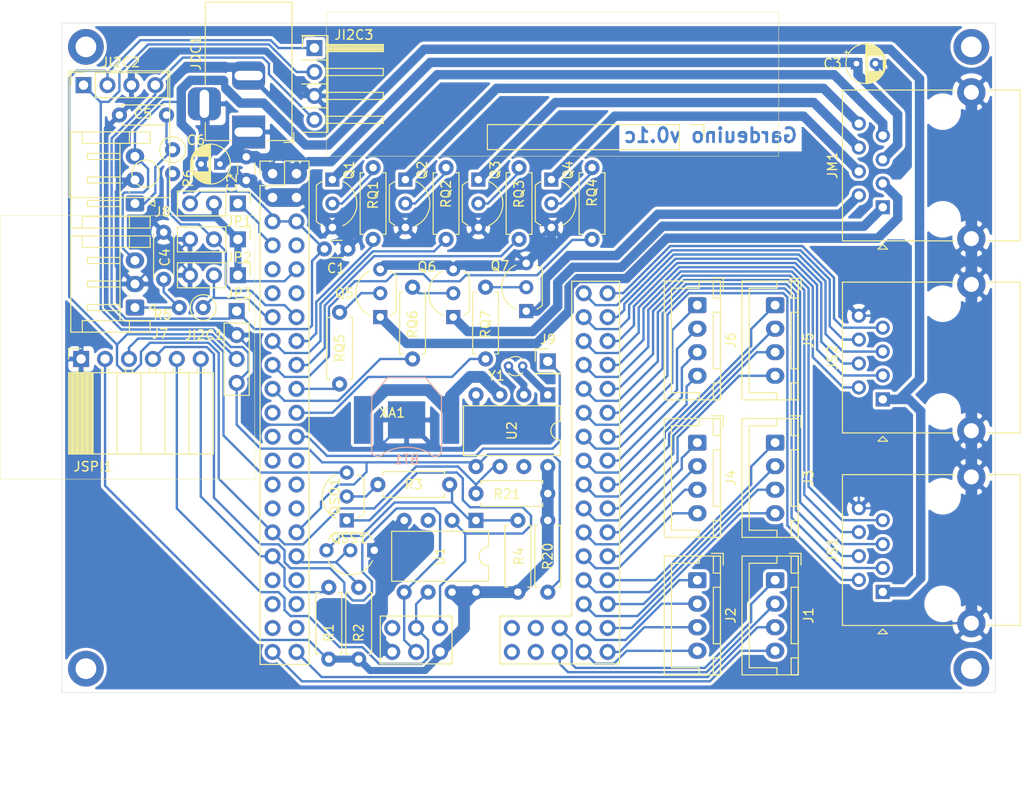
<source format=kicad_pcb>
(kicad_pcb (version 20171130) (host pcbnew 5.1.10-88a1d61d58~90~ubuntu20.10.1)
  (layers (0 F.Cu signal) (31 B.Cu signal) (34 B.Paste user) (35 F.Paste user) (36 B.SilkS user) (37 F.SilkS user) (38 B.Mask user) (39 F.Mask user) (44 Edge.Cuts user))
  (net 0 "")
  (net 1 "Net-(XA1-PadD13)")
  (net 2 "Net-(XA1-PadD15)")
  (net 3 "Net-(XA1-PadD26)")
  (net 4 "Net-(XA1-PadD11)")
  (net 5 "Net-(XA1-PadD27)")
  (net 6 "Net-(XA1-PadD29)")
  (net 7 "Net-(XA1-PadD19)")
  (net 8 "Net-(XA1-PadD28)")
  (net 9 "Net-(XA1-PadD52)")
  (net 10 "Net-(XA1-PadD14)")
  (net 11 "Net-(XA1-PadD17)")
  (net 12 "Net-(XA1-PadD24)")
  (net 13 "Net-(XA1-PadD16)")
  (net 14 "Net-(XA1-PadD25)")
  (net 15 "Net-(XA1-PadD18)")
  (net 16 "Net-(XA1-PadD0)")
  (net 17 "Net-(XA1-PadD1)")
  (net 18 "Net-(XA1-PadRST1)")
  (net 19 "Net-(XA1-PadRST2)")
  (net 20 "Net-(XA1-Pad3V2)")
  (net 21 "Net-(U1-Pad3)")
  (net 22 "Net-(XA1-PadD53)")
  (net 23 "Net-(J4-Pad4)")
  (net 24 "Net-(J3-Pad2)")
  (net 25 "Net-(J2-Pad2)")
  (net 26 "Net-(J4-Pad1)")
  (net 27 "Net-(J1-Pad2)")
  (net 28 "Net-(J1-Pad1)")
  (net 29 "Net-(J3-Pad4)")
  (net 30 "Net-(J4-Pad3)")
  (net 31 "Net-(J3-Pad3)")
  (net 32 "Net-(J2-Pad1)")
  (net 33 "Net-(J3-Pad1)")
  (net 34 "Net-(J4-Pad2)")
  (net 35 "Net-(J2-Pad3)")
  (net 36 "Net-(J2-Pad4)")
  (net 37 "Net-(J5-Pad1)")
  (net 38 GND)
  (net 39 "Net-(Q1-Pad2)")
  (net 40 "Net-(Q2-Pad2)")
  (net 41 "Net-(Q3-Pad2)")
  (net 42 "Net-(Q4-Pad2)")
  (net 43 /VIN)
  (net 44 "Net-(U2-Pad7)")
  (net 45 "Net-(U2-Pad2)")
  (net 46 "Net-(U2-Pad1)")
  (net 47 /5V2)
  (net 48 "Net-(BT1-Pad1)")
  (net 49 "Net-(Q6-Pad2)")
  (net 50 "Net-(Q7-Pad2)")
  (net 51 "Net-(J5-Pad4)")
  (net 52 "Net-(J5-Pad3)")
  (net 53 "Net-(J5-Pad2)")
  (net 54 "Net-(JP1-Pad1)")
  (net 55 /5V3)
  (net 56 /GND3)
  (net 57 /SS2)
  (net 58 /SS1)
  (net 59 /SDA)
  (net 60 /SCL)
  (net 61 "Net-(JM1-Pad3)")
  (net 62 "Net-(JM1-Pad4)")
  (net 63 "Net-(JM1-Pad7)")
  (net 64 "Net-(JM1-Pad2)")
  (net 65 "Net-(JM1-Pad8)")
  (net 66 "Net-(JM1-Pad6)")
  (net 67 "Net-(JS1-Pad3)")
  (net 68 "Net-(JS1-Pad5)")
  (net 69 "Net-(JS1-Pad4)")
  (net 70 "Net-(JS1-Pad7)")
  (net 71 "Net-(JS1-Pad2)")
  (net 72 "Net-(JS1-Pad6)")
  (net 73 "Net-(JS2-Pad3)")
  (net 74 "Net-(JS2-Pad5)")
  (net 75 "Net-(JS2-Pad4)")
  (net 76 "Net-(JS2-Pad7)")
  (net 77 "Net-(JS2-Pad2)")
  (net 78 "Net-(JS2-Pad6)")
  (net 79 "Net-(JSPI1-Pad3)")
  (net 80 "Net-(Q5-Pad2)")
  (net 81 "Net-(QSO1-Pad2)")
  (net 82 "Net-(RQ1-Pad1)")
  (net 83 "Net-(RQ2-Pad1)")
  (net 84 "Net-(RQ3-Pad1)")
  (net 85 "Net-(RQ4-Pad1)")
  (net 86 "Net-(RQ5-Pad1)")
  (net 87 "Net-(RQ6-Pad1)")
  (net 88 "Net-(RQ7-Pad1)")
  (net 89 "Net-(J6-Pad4)")
  (net 90 "Net-(J6-Pad3)")
  (net 91 "Net-(J6-Pad2)")
  (net 92 "Net-(J6-Pad1)")
  (net 93 /VIN1)
  (net 94 "Net-(JM1-Pad1)")
  (net 95 /INT0)
  (net 96 /INT1)
  (net 97 /D30)
  (net 98 "Net-(XA1-PadD50)")
  (net 99 "Net-(XA1-PadD51)")
  (net 100 /D31)
  (net 101 /MOSI)
  (net 102 /SCK)
  (net 103 /MISO)
  (net 104 /CS)
  (net 105 /INT4)
  (net 106 "Net-(C4-Pad1)")
  (net 107 "Net-(C5-Pad2)")
  (module Capacitor_THT:CP_Radial_D4.0mm_P2.00mm (layer F.Cu) (at 116.332 49.784 180)
    (fp_text reference C6 (at 2.54 2.54) (layer F.SilkS))
    (fp_text value C_Small hide)
    (pad 2 thru_hole circle (at 2 0 180) (size 1.2 1.2) (drill 0.6) (layers *.Cu *.Mask) (net 38 GND))
    (pad 1 thru_hole rect (at 0 0 180) (size 1.2 1.2) (drill 0.6) (layers *.Cu *.Mask) (net 93 /VIN1))
  )
  (module Capacitor_THT:C_Disc_D4.3mm_W1.9mm_P5.00mm (layer F.Cu) (at 105.664 44.577)
    (fp_text reference C5 (at 2.5 -0.127) (layer F.SilkS))
    (fp_text value C_Small hide)
    (pad 2 thru_hole circle (at 5 0) (size 1.6 1.6) (drill 0.8) (layers *.Cu *.Mask) (net 107 "Net-(C5-Pad2)"))
    (pad 1 thru_hole circle (at 0 0) (size 1.6 1.6) (drill 0.8) (layers *.Cu *.Mask) (net 38 GND))
  )
  (module Capacitor_THT:C_Disc_D4.3mm_W1.9mm_P5.00mm (layer F.Cu) (at 110.363 62.023 90)
    (fp_text reference C4 (at 2.333 0.127 90) (layer F.SilkS))
    (fp_text value C_Small hide)
    (pad 2 thru_hole circle (at 5 0 90) (size 1.6 1.6) (drill 0.8) (layers *.Cu *.Mask) (net 38 GND))
    (pad 1 thru_hole circle (at 0 0 90) (size 1.6 1.6) (drill 0.8) (layers *.Cu *.Mask) (net 106 "Net-(C4-Pad1)"))
  )
  (module Connector_PinHeader_2.54mm:PinHeader_1x04_P2.54mm_Horizontal (layer F.Cu) (at 126.365 37.465)
    (fp_text reference JI2C3 (at 4.191 -1.397) (layer F.SilkS))
    (fp_text value Key)
    (pad 1 thru_hole rect (at 0 0) (size 1.7 1.7) (drill 1) (layers *.Cu *.Mask) (net 60 /SCL))
    (pad 2 thru_hole oval (at 0 2.54) (size 1.7 1.7) (drill 1) (layers *.Cu *.Mask) (net 59 /SDA))
    (pad 3 thru_hole oval (at 0 5.08) (size 1.7 1.7) (drill 1) (layers *.Cu *.Mask) (net 38 GND))
    (pad 4 thru_hole oval (at 0 7.62) (size 1.7 1.7) (drill 1) (layers *.Cu *.Mask) (net 47 /5V2))
  )
  (module Connector_PinHeader_2.54mm:PinHeader_1x01_P2.54mm_Vertical (layer F.Cu) (at 151.13 70.739)
    (fp_text reference J9 (at 0 -2.33) (layer F.SilkS))
    (fp_text value Conn_01x01_Male hide)
    (pad 1 thru_hole rect (at 0 0) (size 1.7 1.7) (drill 1) (layers *.Cu *.Mask) (net 105 /INT4))
  )
  (module Connector_PinSocket_2.54mm:PinSocket_1x04_P2.54mm_Vertical (layer F.Cu) (at 101.854 41.402 90)
    (fp_text reference JI2C2 (at 2.413 3.937) (layer F.SilkS))
    (fp_text value THP)
    (pad 4 thru_hole oval (at 0 7.62 90) (size 1.7 1.7) (drill 1) (layers *.Cu *.Mask) (net 47 /5V2))
    (pad 3 thru_hole oval (at 0 5.08 90) (size 1.7 1.7) (drill 1) (layers *.Cu *.Mask) (net 38 GND))
    (pad 2 thru_hole oval (at 0 2.54 90) (size 1.7 1.7) (drill 1) (layers *.Cu *.Mask) (net 60 /SCL))
    (pad 1 thru_hole rect (at 0 0 90) (size 1.7 1.7) (drill 1) (layers *.Cu *.Mask) (net 59 /SDA))
  )
  (module Socket:Arduino_2560_Mega_Embad (layer F.Cu) (at 139.7 71.12)
    (fp_text reference XA1 (at -5.08 5.08 180) (layer F.SilkS))
    (fp_text value Arduino_Mega2560_Shield)
    (pad D43 thru_hole oval (at 15.24 25.4) (size 1.7 1.7) (drill 1) (layers *.Cu *.Mask) (net 29 "Net-(J3-Pad4)"))
    (pad D42 thru_hole oval (at 17.78 25.4) (size 1.7 1.7) (drill 1) (layers *.Cu *.Mask) (net 31 "Net-(J3-Pad3)"))
    (pad D18 thru_hole oval (at -15.24 15.24) (size 1.7 1.7) (drill 1) (layers *.Cu *.Mask) (net 15 "Net-(XA1-PadD18)"))
    (pad D25 thru_hole oval (at -17.78 22.86) (size 1.7 1.7) (drill 1) (layers *.Cu *.Mask) (net 14 "Net-(XA1-PadD25)"))
    (pad VIN1 thru_hole rect (at -17.78 -20.32) (size 1.7 1.7) (drill 1) (layers *.Cu *.Mask) (net 93 /VIN1))
    (pad D33 thru_hole oval (at 15.24 12.7) (size 1.7 1.7) (drill 1) (layers *.Cu *.Mask) (net 53 "Net-(J5-Pad2)"))
    (pad 3V2 thru_hole oval (at -15.24 -12.7) (size 1.7 1.7) (drill 1) (layers *.Cu *.Mask) (net 20 "Net-(XA1-Pad3V2)"))
    (pad D16 thru_hole oval (at -15.24 12.7) (size 1.7 1.7) (drill 1) (layers *.Cu *.Mask) (net 13 "Net-(XA1-PadD16)"))
    (pad AREF thru_hole oval (at -15.24 -10.16) (size 1.7 1.7) (drill 1) (layers *.Cu *.Mask) (net 43 /VIN))
    (pad D10 thru_hole oval (at -15.24 5.08) (size 1.7 1.7) (drill 1) (layers *.Cu *.Mask) (net 88 "Net-(RQ7-Pad1)"))
    (pad D8 thru_hole oval (at -15.24 2.54) (size 1.7 1.7) (drill 1) (layers *.Cu *.Mask) (net 86 "Net-(RQ5-Pad1)"))
    (pad D36 thru_hole oval (at 17.78 17.78) (size 1.7 1.7) (drill 1) (layers *.Cu *.Mask) (net 26 "Net-(J4-Pad1)"))
    (pad D9 thru_hole oval (at -17.78 2.54) (size 1.7 1.7) (drill 1) (layers *.Cu *.Mask) (net 87 "Net-(RQ6-Pad1)"))
    (pad D6 thru_hole oval (at -15.24 0) (size 1.7 1.7) (drill 1) (layers *.Cu *.Mask) (net 84 "Net-(RQ3-Pad1)"))
    (pad 5V1 thru_hole oval (at -17.78 -15.24) (size 1.7 1.7) (drill 1) (layers *.Cu *.Mask) (net 47 /5V2))
    (pad D1 thru_hole oval (at -17.78 -7.62) (size 1.7 1.7) (drill 1) (layers *.Cu *.Mask) (net 17 "Net-(XA1-PadD1)"))
    (pad D20 thru_hole oval (at -15.24 17.78) (size 1.7 1.7) (drill 1) (layers *.Cu *.Mask) (net 59 /SDA))
    (pad D4 thru_hole oval (at -15.24 -2.54) (size 1.7 1.7) (drill 1) (layers *.Cu *.Mask) (net 82 "Net-(RQ1-Pad1)"))
    (pad D24 thru_hole oval (at -15.24 22.86) (size 1.7 1.7) (drill 1) (layers *.Cu *.Mask) (net 12 "Net-(XA1-PadD24)"))
    (pad D3 thru_hole oval (at -17.78 -5.08) (size 1.7 1.7) (drill 1) (layers *.Cu *.Mask) (net 96 /INT1))
    (pad D23 thru_hole oval (at -17.78 20.32) (size 1.7 1.7) (drill 1) (layers *.Cu *.Mask) (net 57 /SS2))
    (pad 3V1 thru_hole oval (at -17.78 -12.7) (size 1.7 1.7) (drill 1) (layers *.Cu *.Mask) (net 54 "Net-(JP1-Pad1)"))
    (pad D7 thru_hole oval (at -17.78 0) (size 1.7 1.7) (drill 1) (layers *.Cu *.Mask) (net 85 "Net-(RQ4-Pad1)"))
    (pad D40 thru_hole oval (at 17.78 22.86) (size 1.7 1.7) (drill 1) (layers *.Cu *.Mask) (net 33 "Net-(J3-Pad1)"))
    (pad D17 thru_hole oval (at -17.78 12.7) (size 1.7 1.7) (drill 1) (layers *.Cu *.Mask) (net 11 "Net-(XA1-PadD17)"))
    (pad D49 thru_hole oval (at 12.7 27.94 90) (size 1.7 1.7) (drill 1) (layers *.Cu *.Mask) (net 28 "Net-(J1-Pad1)"))
    (pad D14 thru_hole oval (at -15.24 10.16) (size 1.7 1.7) (drill 1) (layers *.Cu *.Mask) (net 10 "Net-(XA1-PadD14)"))
    (pad RST2 thru_hole oval (at -5.08 27.94 90) (size 1.7 1.7) (drill 1) (layers *.Cu *.Mask) (net 19 "Net-(XA1-PadRST2)"))
    (pad D52 thru_hole oval (at 7.62 30.48 90) (size 1.7 1.7) (drill 1) (layers *.Cu *.Mask) (net 9 "Net-(XA1-PadD52)"))
    (pad D50 thru_hole oval (at 10.16 30.48 90) (size 1.7 1.7) (drill 1) (layers *.Cu *.Mask) (net 98 "Net-(XA1-PadD50)"))
    (pad D38 thru_hole oval (at 17.78 20.32) (size 1.7 1.7) (drill 1) (layers *.Cu *.Mask) (net 30 "Net-(J4-Pad3)"))
    (pad A6 thru_hole oval (at 17.78 0) (size 1.7 1.7) (drill 1) (layers *.Cu *.Mask) (net 70 "Net-(JS1-Pad7)"))
    (pad A12 thru_hole oval (at 17.78 7.62) (size 1.7 1.7) (drill 1) (layers *.Cu *.Mask) (net 92 "Net-(J6-Pad1)"))
    (pad D34 thru_hole oval (at 17.78 15.24) (size 1.7 1.7) (drill 1) (layers *.Cu *.Mask) (net 52 "Net-(J5-Pad3)"))
    (pad MOSI thru_hole oval (at -2.54 30.48 90) (size 1.7 1.7) (drill 1) (layers *.Cu *.Mask) (net 101 /MOSI))
    (pad SCK thru_hole oval (at -2.54 27.94 90) (size 1.7 1.7) (drill 1) (layers *.Cu *.Mask) (net 102 /SCK))
    (pad D39 thru_hole oval (at 15.24 20.32) (size 1.7 1.7) (drill 1) (layers *.Cu *.Mask) (net 23 "Net-(J4-Pad4)"))
    (pad A13 thru_hole oval (at 15.24 7.62) (size 1.7 1.7) (drill 1) (layers *.Cu *.Mask) (net 91 "Net-(J6-Pad2)"))
    (pad D28 thru_hole oval (at -15.24 27.94) (size 1.7 1.7) (drill 1) (layers *.Cu *.Mask) (net 8 "Net-(XA1-PadD28)"))
    (pad A10 thru_hole oval (at 17.78 5.08) (size 1.7 1.7) (drill 1) (layers *.Cu *.Mask) (net 67 "Net-(JS1-Pad3)"))
    (pad A0 thru_hole oval (at 17.78 -7.62) (size 1.7 1.7) (drill 1) (layers *.Cu *.Mask) (net 76 "Net-(JS2-Pad7)"))
    (pad MISO thru_hole oval (at 0 27.94 90) (size 1.7 1.7) (drill 1) (layers *.Cu *.Mask) (net 103 /MISO))
    (pad D48 thru_hole oval (at 12.7 30.48 90) (size 1.7 1.7) (drill 1) (layers *.Cu *.Mask) (net 27 "Net-(J1-Pad2)"))
    (pad D19 thru_hole oval (at -17.78 15.24) (size 1.7 1.7) (drill 1) (layers *.Cu *.Mask) (net 7 "Net-(XA1-PadD19)"))
    (pad D29 thru_hole oval (at -17.78 27.94) (size 1.7 1.7) (drill 1) (layers *.Cu *.Mask) (net 6 "Net-(XA1-PadD29)"))
    (pad A15 thru_hole oval (at 15.24 10.16) (size 1.7 1.7) (drill 1) (layers *.Cu *.Mask) (net 89 "Net-(J6-Pad4)"))
    (pad D12 thru_hole oval (at -15.24 7.62) (size 1.7 1.7) (drill 1) (layers *.Cu *.Mask) (net 105 /INT4))
    (pad D22 thru_hole oval (at -15.24 20.32) (size 1.7 1.7) (drill 1) (layers *.Cu *.Mask) (net 58 /SS1))
    (pad A1 thru_hole oval (at 15.24 -7.62) (size 1.7 1.7) (drill 1) (layers *.Cu *.Mask) (net 78 "Net-(JS2-Pad6)"))
    (pad A11 thru_hole oval (at 15.24 5.08) (size 1.7 1.7) (drill 1) (layers *.Cu *.Mask) (net 71 "Net-(JS1-Pad2)"))
    (pad A2 thru_hole oval (at 17.78 -5.08) (size 1.7 1.7) (drill 1) (layers *.Cu *.Mask) (net 74 "Net-(JS2-Pad5)"))
    (pad D30 thru_hole oval (at -15.24 30.48) (size 1.7 1.7) (drill 1) (layers *.Cu *.Mask) (net 97 /D30))
    (pad A8 thru_hole oval (at 17.78 2.54) (size 1.7 1.7) (drill 1) (layers *.Cu *.Mask) (net 68 "Net-(JS1-Pad5)"))
    (pad A3 thru_hole oval (at 15.24 -5.08) (size 1.7 1.7) (drill 1) (layers *.Cu *.Mask) (net 75 "Net-(JS2-Pad4)"))
    (pad D46 thru_hole oval (at 17.78 30.48) (size 1.7 1.7) (drill 1) (layers *.Cu *.Mask) (net 35 "Net-(J2-Pad3)"))
    (pad D47 thru_hole oval (at 15.24 30.48) (size 1.7 1.7) (drill 1) (layers *.Cu *.Mask) (net 36 "Net-(J2-Pad4)"))
    (pad A9 thru_hole oval (at 15.24 2.54) (size 1.7 1.7) (drill 1) (layers *.Cu *.Mask) (net 69 "Net-(JS1-Pad4)"))
    (pad D44 thru_hole oval (at 17.78 27.94) (size 1.7 1.7) (drill 1) (layers *.Cu *.Mask) (net 32 "Net-(J2-Pad1)"))
    (pad D21 thru_hole oval (at -17.78 17.78) (size 1.7 1.7) (drill 1) (layers *.Cu *.Mask) (net 60 /SCL))
    (pad D45 thru_hole oval (at 15.24 27.94) (size 1.7 1.7) (drill 1) (layers *.Cu *.Mask) (net 25 "Net-(J2-Pad2)"))
    (pad D27 thru_hole oval (at -17.78 25.4) (size 1.7 1.7) (drill 1) (layers *.Cu *.Mask) (net 5 "Net-(XA1-PadD27)"))
    (pad GND3 thru_hole oval (at -5.08 30.48 90) (size 1.7 1.7) (drill 1) (layers *.Cu *.Mask) (net 56 /GND3))
    (pad D32 thru_hole oval (at 17.78 12.7) (size 1.7 1.7) (drill 1) (layers *.Cu *.Mask) (net 37 "Net-(J5-Pad1)"))
    (pad A4 thru_hole oval (at 17.78 -2.54) (size 1.7 1.7) (drill 1) (layers *.Cu *.Mask) (net 73 "Net-(JS2-Pad3)"))
    (pad GND1 thru_hole oval (at -17.78 -17.78) (size 1.7 1.7) (drill 1) (layers *.Cu *.Mask) (net 38 GND))
    (pad D5 thru_hole oval (at -17.78 -2.54) (size 1.7 1.7) (drill 1) (layers *.Cu *.Mask) (net 83 "Net-(RQ2-Pad1)"))
    (pad D2 thru_hole oval (at -15.24 -5.08) (size 1.7 1.7) (drill 1) (layers *.Cu *.Mask) (net 95 /INT0))
    (pad VIN2 thru_hole oval (at -15.24 -20.32) (size 1.7 1.7) (drill 1) (layers *.Cu *.Mask) (net 93 /VIN1))
    (pad GND2 thru_hole oval (at -15.24 -17.78) (size 1.7 1.7) (drill 1) (layers *.Cu *.Mask) (net 38 GND))
    (pad D53 thru_hole oval (at 7.62 27.94 90) (size 1.7 1.7) (drill 1) (layers *.Cu *.Mask) (net 22 "Net-(XA1-PadD53)"))
    (pad A14 thru_hole oval (at 17.78 10.16) (size 1.7 1.7) (drill 1) (layers *.Cu *.Mask) (net 90 "Net-(J6-Pad3)"))
    (pad D0 thru_hole oval (at -15.24 -7.62) (size 1.7 1.7) (drill 1) (layers *.Cu *.Mask) (net 16 "Net-(XA1-PadD0)"))
    (pad D41 thru_hole oval (at 15.24 22.86) (size 1.7 1.7) (drill 1) (layers *.Cu *.Mask) (net 24 "Net-(J3-Pad2)"))
    (pad 5V2 thru_hole oval (at -15.24 -15.24) (size 1.7 1.7) (drill 1) (layers *.Cu *.Mask) (net 47 /5V2))
    (pad D11 thru_hole oval (at -17.78 5.08) (size 1.7 1.7) (drill 1) (layers *.Cu *.Mask) (net 4 "Net-(XA1-PadD11)"))
    (pad D26 thru_hole oval (at -15.24 25.4) (size 1.7 1.7) (drill 1) (layers *.Cu *.Mask) (net 3 "Net-(XA1-PadD26)"))
    (pad 5V3 thru_hole oval (at 0 30.48 90) (size 1.7 1.7) (drill 1) (layers *.Cu *.Mask) (net 55 /5V3))
    (pad D15 thru_hole oval (at -17.78 10.16) (size 1.7 1.7) (drill 1) (layers *.Cu *.Mask) (net 2 "Net-(XA1-PadD15)"))
    (pad D51 thru_hole oval (at 10.16 27.94 90) (size 1.7 1.7) (drill 1) (layers *.Cu *.Mask) (net 99 "Net-(XA1-PadD51)"))
    (pad A5 thru_hole oval (at 15.24 -2.54) (size 1.7 1.7) (drill 1) (layers *.Cu *.Mask) (net 77 "Net-(JS2-Pad2)"))
    (pad A7 thru_hole oval (at 15.24 0) (size 1.7 1.7) (drill 1) (layers *.Cu *.Mask) (net 72 "Net-(JS1-Pad6)"))
    (pad D37 thru_hole oval (at 15.24 17.78) (size 1.7 1.7) (drill 1) (layers *.Cu *.Mask) (net 34 "Net-(J4-Pad2)"))
    (pad D31 thru_hole oval (at -17.78 30.48) (size 1.7 1.7) (drill 1) (layers *.Cu *.Mask) (net 100 /D31))
    (pad D35 thru_hole oval (at 15.24 15.24) (size 1.7 1.7) (drill 1) (layers *.Cu *.Mask) (net 51 "Net-(J5-Pad4)"))
    (pad RST1 thru_hole oval (at -17.78 -10.16) (size 1.7 1.7) (drill 1) (layers *.Cu *.Mask) (net 18 "Net-(XA1-PadRST1)"))
    (pad D13 thru_hole oval (at -17.78 7.62) (size 1.7 1.7) (drill 1) (layers *.Cu *.Mask) (net 1 "Net-(XA1-PadD13)"))
  )
  (module Resistor_THT:R_Axial_DIN0207_L6.3mm_D2.5mm_P2.54mm_Vertical (layer F.Cu) (at 111.3155 48.26 270)
    (fp_text reference R6 (at 3.048 -1.651 90) (layer F.SilkS))
    (fp_text value R)
    (pad 2 thru_hole oval (at 2.54 0 270) (size 1.6 1.6) (drill 0.8) (layers *.Cu *.Mask) (net 95 /INT0))
    (pad 1 thru_hole circle (at 0 0 270) (size 1.6 1.6) (drill 0.8) (layers *.Cu *.Mask) (net 107 "Net-(C5-Pad2)"))
  )
  (module Connector_PinHeader_2.54mm:PinHeader_1x03_P2.54mm_Vertical (layer F.Cu) (at 118.237 53.975 270)
    (fp_text reference JP1 (at 1.905 -0.127 180) (layer F.SilkS))
    (fp_text value Jumper_NC_Dual hide)
    (pad 3 thru_hole oval (at 0 5.08 270) (size 1.7 1.7) (drill 1) (layers *.Cu *.Mask) (net 47 /5V2))
    (pad 2 thru_hole oval (at 0 2.54 270) (size 1.7 1.7) (drill 1) (layers *.Cu *.Mask) (net 43 /VIN))
    (pad 1 thru_hole rect (at 0 0 270) (size 1.7 1.7) (drill 1) (layers *.Cu *.Mask) (net 54 "Net-(JP1-Pad1)"))
  )
  (module Connector_PinSocket_2.54mm:PinSocket_1x04_P2.54mm_Vertical (layer F.Cu) (at 118.11 65.405)
    (fp_text reference JI2C1 (at -3.429 2.54 unlocked) (layer F.SilkS))
    (fp_text value Display)
    (pad 4 thru_hole oval (at 0 7.62 90) (size 1.7 1.7) (drill 1) (layers *.Cu *.Mask) (net 59 /SDA))
    (pad 3 thru_hole oval (at 0 5.08) (size 1.7 1.7) (drill 1) (layers *.Cu *.Mask) (net 60 /SCL))
    (pad 2 thru_hole oval (at 0 2.54) (size 1.7 1.7) (drill 1) (layers *.Cu *.Mask) (net 38 GND))
    (pad 1 thru_hole rect (at 0 0) (size 1.7 1.7) (drill 1) (layers *.Cu *.Mask) (net 47 /5V2))
  )
  (module Capacitor_THT:C_Disc_D3.0mm_W1.6mm_P2.50mm (layer F.Cu) (at 119.126 51.522 90)
    (fp_text reference C2 (at -0.294 -1.524 90) (layer F.SilkS))
    (fp_text value C_Small hide)
    (pad 2 thru_hole circle (at 2.5 0 90) (size 1.6 1.6) (drill 0.8) (layers *.Cu *.Mask) (net 93 /VIN1))
    (pad 1 thru_hole circle (at 0 0 90) (size 1.6 1.6) (drill 0.8) (layers *.Cu *.Mask) (net 38 GND))
  )
  (module Capacitor_THT:C_Disc_D3.0mm_W1.6mm_P2.50mm (layer F.Cu) (at 129.921 58.801 180)
    (fp_text reference C1 (at 1.25 -2.05) (layer F.SilkS))
    (fp_text value C_Small)
    (pad 2 thru_hole circle (at 2.5 0 180) (size 1.6 1.6) (drill 0.8) (layers *.Cu *.Mask) (net 47 /5V2))
    (pad 1 thru_hole circle (at 0 0 180) (size 1.6 1.6) (drill 0.8) (layers *.Cu *.Mask) (net 38 GND))
  )
  (module Resistor_THT:R_Axial_DIN0207_L6.3mm_D2.5mm_P2.54mm_Vertical (layer F.Cu) (at 114.554 65.024 180)
    (fp_text reference R5 (at 4.318 -0.762) (layer F.SilkS))
    (fp_text value R)
    (pad 2 thru_hole oval (at 2.54 0 180) (size 1.6 1.6) (drill 0.8) (layers *.Cu *.Mask) (net 106 "Net-(C4-Pad1)"))
    (pad 1 thru_hole circle (at 0 0 180) (size 1.6 1.6) (drill 0.8) (layers *.Cu *.Mask) (net 96 /INT1))
  )
  (module Connector_PinHeader_2.54mm:PinHeader_1x03_P2.54mm_Vertical (layer F.Cu) (at 118.237 57.785 270)
    (fp_text reference JP2 (at 1.905 -0.127) (layer F.SilkS))
    (fp_text value Jumper_NC_Dual hide)
    (pad 3 thru_hole oval (at 0 5.08 270) (size 1.7 1.7) (drill 1) (layers *.Cu *.Mask) (net 38 GND))
    (pad 2 thru_hole oval (at 0 2.54 270) (size 1.7 1.7) (drill 1) (layers *.Cu *.Mask) (net 95 /INT0))
    (pad 1 thru_hole rect (at 0 0 270) (size 1.7 1.7) (drill 1) (layers *.Cu *.Mask) (net 43 /VIN))
  )
  (module Connector_PinHeader_2.54mm:PinHeader_1x03_P2.54mm_Vertical (layer F.Cu) (at 118.237 61.595 270)
    (fp_text reference JP3 (at 1.905 -0.127 180) (layer F.SilkS))
    (fp_text value Jumper_NC_Dual hide)
    (pad 3 thru_hole oval (at 0 5.08 270) (size 1.7 1.7) (drill 1) (layers *.Cu *.Mask) (net 38 GND))
    (pad 2 thru_hole oval (at 0 2.54 270) (size 1.7 1.7) (drill 1) (layers *.Cu *.Mask) (net 96 /INT1))
    (pad 1 thru_hole rect (at 0 0 270) (size 1.7 1.7) (drill 1) (layers *.Cu *.Mask) (net 43 /VIN))
  )
  (module Capacitor_THT:CP_Radial_D4.0mm_P2.00mm (layer F.Cu) (at 183.896 39.116)
    (fp_text reference C3 (at -2.54 0) (layer F.SilkS))
    (fp_text value C_Small)
    (pad 2 thru_hole circle (at 2 0) (size 1.2 1.2) (drill 0.6) (layers *.Cu *.Mask) (net 38 GND))
    (pad 1 thru_hole rect (at 0 0) (size 1.2 1.2) (drill 0.6) (layers *.Cu *.Mask) (net 93 /VIN1))
  )
  (module MountingHole:MountingHole_2.2mm_M2_ISO14580_Pad_TopBottom (layer F.Cu) (at 196.088 37.338)
    (fp_text reference H4 hide)
    (fp_text value MountingHole hide)
    (pad 1 connect circle (at 0 0) (size 3.8 3.8) (layers B.Cu B.Mask))
    (pad 1 connect circle (at 0 0) (size 3.8 3.8) (layers F.Cu F.Mask))
    (pad 1 thru_hole circle (at 0 0) (size 2.6 2.6) (drill 2.2) (layers *.Cu *.Mask))
  )
  (module MountingHole:MountingHole_2.2mm_M2_ISO14580_Pad_TopBottom (layer F.Cu) (at 102.108 37.338)
    (fp_text reference H3 hide)
    (fp_text value MountingHole hide)
    (pad 1 connect circle (at 0 0) (size 3.8 3.8) (layers B.Cu B.Mask))
    (pad 1 connect circle (at 0 0) (size 3.8 3.8) (layers F.Cu F.Mask))
    (pad 1 thru_hole circle (at 0 0) (size 2.6 2.6) (drill 2.2) (layers *.Cu *.Mask))
  )
  (module MountingHole:MountingHole_2.2mm_M2_ISO14580_Pad_TopBottom (layer F.Cu) (at 196.088 103.378)
    (fp_text reference H2 hide)
    (fp_text value MountingHole hide)
    (pad 1 connect circle (at 0 0) (size 3.8 3.8) (layers B.Cu B.Mask))
    (pad 1 connect circle (at 0 0) (size 3.8 3.8) (layers F.Cu F.Mask))
    (pad 1 thru_hole circle (at 0 0) (size 2.6 2.6) (drill 2.2) (layers *.Cu *.Mask))
  )
  (module MountingHole:MountingHole_2.2mm_M2_ISO14580_Pad_TopBottom (layer F.Cu) (at 102.108 103.378)
    (fp_text reference H1 hide)
    (fp_text value MountingHole hide)
    (pad 1 connect circle (at 0 0) (size 3.8 3.8) (layers B.Cu B.Mask))
    (pad 1 connect circle (at 0 0) (size 3.8 3.8) (layers F.Cu F.Mask))
    (pad 1 thru_hole circle (at 0 0) (size 2.6 2.6) (drill 2.2) (layers *.Cu *.Mask))
  )
  (module Resistor_THT:R_Axial_DIN0207_L6.3mm_D2.5mm_P7.62mm_Horizontal (layer F.Cu) (at 131.064 102.362 90)
    (fp_text reference R2 (at 2.794 0 90) (layer F.SilkS))
    (fp_text value R)
    (pad 2 thru_hole oval (at 7.62 0 90) (size 1.6 1.6) (drill 0.8) (layers *.Cu *.Mask) (net 58 /SS1))
    (pad 1 thru_hole circle (at 0 0 90) (size 1.6 1.6) (drill 0.8) (layers *.Cu *.Mask) (net 55 /5V3))
  )
  (module Resistor_THT:R_Axial_DIN0207_L6.3mm_D2.5mm_P7.62mm_Horizontal (layer F.Cu) (at 127.889 102.362 90)
    (fp_text reference R1 (at 2.794 0 90) (layer F.SilkS))
    (fp_text value R)
    (pad 2 thru_hole oval (at 7.62 0 90) (size 1.6 1.6) (drill 0.8) (layers *.Cu *.Mask) (net 57 /SS2))
    (pad 1 thru_hole circle (at 0 0 90) (size 1.6 1.6) (drill 0.8) (layers *.Cu *.Mask) (net 55 /5V3))
  )
  (module Package_TO_SOT_THT:TO-92L_Inline_Wide (layer F.Cu) (at 133.35 66.04 90)
    (fp_text reference Q5 (at 2.54 -3.81 180) (layer F.SilkS))
    (fp_text value Q_NPN_CBE)
    (pad 2 thru_hole circle (at 2.54 0 90) (size 1.5 1.5) (drill 0.8) (layers *.Cu *.Mask) (net 80 "Net-(Q5-Pad2)"))
    (pad 3 thru_hole circle (at 5.08 0 90) (size 1.5 1.5) (drill 0.8) (layers *.Cu *.Mask) (net 38 GND))
    (pad 1 thru_hole rect (at 0 0 90) (size 1.5 1.5) (drill 0.8) (layers *.Cu *.Mask) (net 61 "Net-(JM1-Pad3)"))
  )
  (module Connector_BarrelJack:BarrelJack_Horizontal (layer F.Cu) (at 119.38 46.386 270)
    (fp_text reference JDC1 (at -8.382 5.588 270) (layer F.SilkS))
    (fp_text value Jack-DC)
    (pad 1 thru_hole rect (at 0 0 270) (size 3.5 3.5) (drill oval 1 3) (layers *.Cu *.Mask) (net 93 /VIN1))
    (pad 2 thru_hole roundrect (at -6 0 270) (size 3 3.5) (drill oval 1 3) (layers *.Cu *.Mask) (net 38 GND))
    (pad 2 thru_hole roundrect (at -3 4.7 270) (size 3.5 3.5) (drill oval 3 1) (layers *.Cu *.Mask) (net 38 GND))
  )
  (module Connector_JST:JST_EH_S3B-EH_1x03_P2.50mm_Horizontal (layer F.Cu) (at 107.315 53.975 90)
    (fp_text reference J8 (at -0.889 2.921 180) (layer F.SilkS))
    (fp_text value Conn_01x03_Male hide)
    (pad 3 thru_hole oval (at 5 0 90) (size 1.7 1.95) (drill 0.95) (layers *.Cu *.Mask) (net 43 /VIN))
    (pad 2 thru_hole oval (at 2.5 0 90) (size 1.7 1.95) (drill 0.95) (layers *.Cu *.Mask) (net 38 GND))
    (pad 1 thru_hole roundrect (at 0 0 90) (size 1.7 1.95) (drill 0.95) (layers *.Cu *.Mask) (roundrect_rratio 0.1470588235294118) (net 107 "Net-(C5-Pad2)"))
  )
  (module Connector_JST:JST_EH_S3B-EH_1x03_P2.50mm_Horizontal (layer F.Cu) (at 107.315 65.024 90)
    (fp_text reference J7 (at -2.794 2.667 180) (layer F.SilkS))
    (fp_text value Conn_01x03_Male hide)
    (pad 3 thru_hole oval (at 5 0 90) (size 1.7 1.95) (drill 0.95) (layers *.Cu *.Mask) (net 43 /VIN))
    (pad 2 thru_hole oval (at 2.5 0 90) (size 1.7 1.95) (drill 0.95) (layers *.Cu *.Mask) (net 38 GND))
    (pad 1 thru_hole roundrect (at 0 0 90) (size 1.7 1.95) (drill 0.95) (layers *.Cu *.Mask) (roundrect_rratio 0.1470588235294118) (net 106 "Net-(C4-Pad1)"))
  )
  (module Connector_PinSocket_2.54mm:PinSocket_1x06_P2.54mm_Horizontal_SDREADER_KEEPOUT (layer F.Cu) (at 101.6 70.485 90)
    (fp_text reference JSPI1 (at -11.43 1.27 180) (layer F.SilkS))
    (fp_text value Conn_01x06_Female hide)
    (pad 1 thru_hole rect (at 0 0 90) (size 1.7 1.7) (drill 1) (layers *.Cu *.Mask) (net 38 GND))
    (pad 2 thru_hole oval (at 0 2.54 90) (size 1.7 1.7) (drill 1) (layers *.Cu *.Mask) (net 55 /5V3))
    (pad 3 thru_hole oval (at 0 5.08 90) (size 1.7 1.7) (drill 1) (layers *.Cu *.Mask) (net 79 "Net-(JSPI1-Pad3)"))
    (pad 4 thru_hole oval (at 0 7.62 90) (size 1.7 1.7) (drill 1) (layers *.Cu *.Mask) (net 101 /MOSI))
    (pad 5 thru_hole oval (at 0 10.16 90) (size 1.7 1.7) (drill 1) (layers *.Cu *.Mask) (net 102 /SCK))
    (pad 6 thru_hole oval (at 0 12.7 90) (size 1.7 1.7) (drill 1) (layers *.Cu *.Mask) (net 57 /SS2))
  )
  (module Connector_RJ:RJ45_Ninigi_GE (layer F.Cu) (at 186.688 74.78 90)
    (fp_text reference JS2 (at 4.445 -5.34 90) (layer F.SilkS))
    (fp_text value RJ45_Shielded)
    (pad "" np_thru_hole circle (at 10.16 6.35 270) (size 3.25 3.25) (drill 3.25) (layers *.Cu *.Mask))
    (pad SH thru_hole circle (at 12.215 9.4 270) (size 3 3) (drill 1.6) (layers *.Cu *.Mask) (net 38 GND))
    (pad "" np_thru_hole circle (at -1.27 6.35 90) (size 3.25 3.25) (drill 3.25) (layers *.Cu *.Mask))
    (pad 3 thru_hole circle (at 2.54 0 270) (size 1.5 1.5) (drill 0.9) (layers *.Cu *.Mask) (net 73 "Net-(JS2-Pad3)"))
    (pad 5 thru_hole circle (at 5.08 0 270) (size 1.5 1.5) (drill 0.9) (layers *.Cu *.Mask) (net 74 "Net-(JS2-Pad5)"))
    (pad 4 thru_hole circle (at 3.81 -2.54 270) (size 1.5 1.5) (drill 0.9) (layers *.Cu *.Mask) (net 75 "Net-(JS2-Pad4)"))
    (pad 7 thru_hole circle (at 7.62 0 270) (size 1.5 1.5) (drill 0.9) (layers *.Cu *.Mask) (net 76 "Net-(JS2-Pad7)"))
    (pad 1 thru_hole rect (at 0 0 270) (size 1.5 1.5) (drill 0.9) (layers *.Cu *.Mask) (net 43 /VIN))
    (pad 2 thru_hole circle (at 1.27 -2.54 270) (size 1.5 1.5) (drill 0.9) (layers *.Cu *.Mask) (net 77 "Net-(JS2-Pad2)"))
    (pad SH thru_hole circle (at -3.325 9.4 90) (size 3 3) (drill 1.6) (layers *.Cu *.Mask) (net 38 GND))
    (pad 8 thru_hole circle (at 8.89 -2.54 270) (size 1.5 1.5) (drill 0.9) (layers *.Cu *.Mask) (net 38 GND))
    (pad 6 thru_hole circle (at 6.35 -2.54 270) (size 1.5 1.5) (drill 0.9) (layers *.Cu *.Mask) (net 78 "Net-(JS2-Pad6)"))
  )
  (module Package_DIP:DIP-8_W7.62mm (layer F.Cu) (at 143.51 87.63 270)
    (fp_text reference U1 (at 3.81 3.81 90) (layer F.SilkS))
    (fp_text value 23LC512)
    (pad 8 thru_hole oval (at 7.62 0 270) (size 1.6 1.6) (drill 0.8) (layers *.Cu *.Mask) (net 55 /5V3))
    (pad 4 thru_hole oval (at 0 7.62 270) (size 1.6 1.6) (drill 0.8) (layers *.Cu *.Mask) (net 56 /GND3))
    (pad 7 thru_hole oval (at 7.62 2.54 270) (size 1.6 1.6) (drill 0.8) (layers *.Cu *.Mask) (net 55 /5V3))
    (pad 3 thru_hole oval (at 0 5.08 270) (size 1.6 1.6) (drill 0.8) (layers *.Cu *.Mask) (net 21 "Net-(U1-Pad3)"))
    (pad 6 thru_hole oval (at 7.62 5.08 270) (size 1.6 1.6) (drill 0.8) (layers *.Cu *.Mask) (net 102 /SCK))
    (pad 2 thru_hole oval (at 0 2.54 270) (size 1.6 1.6) (drill 0.8) (layers *.Cu *.Mask) (net 103 /MISO))
    (pad 5 thru_hole oval (at 7.62 7.62 270) (size 1.6 1.6) (drill 0.8) (layers *.Cu *.Mask) (net 101 /MOSI))
    (pad 1 thru_hole rect (at 0 0 270) (size 1.6 1.6) (drill 0.8) (layers *.Cu *.Mask) (net 104 /CS))
  )
  (module Connector_JST:JST_XH_B4B-XH-A_1x04_P2.50mm_Vertical (layer F.Cu) (at 175.26 79.375 270)
    (fp_text reference J3 (at 3.75 -3.55 90) (layer F.SilkS))
    (fp_text value Conn_01x04_Female hide)
    (pad 4 thru_hole oval (at 7.5 0 270) (size 1.7 1.95) (drill 0.95) (layers *.Cu *.Mask) (net 29 "Net-(J3-Pad4)"))
    (pad 3 thru_hole oval (at 5 0 270) (size 1.7 1.95) (drill 0.95) (layers *.Cu *.Mask) (net 31 "Net-(J3-Pad3)"))
    (pad 2 thru_hole oval (at 2.5 0 270) (size 1.7 1.95) (drill 0.95) (layers *.Cu *.Mask) (net 24 "Net-(J3-Pad2)"))
    (pad 1 thru_hole roundrect (at 0 0 270) (size 1.7 1.95) (drill 0.95) (layers *.Cu *.Mask) (roundrect_rratio 0.1470588235294118) (net 33 "Net-(J3-Pad1)"))
  )
  (module Crystal:Crystal_DS10_D1.0mm_L4.3mm_Vertical (layer F.Cu) (at 148.463 71.247 180)
    (fp_text reference Y1 (at 2.794 -1.016) (layer F.SilkS))
    (fp_text value Crystal_Small)
    (pad 2 thru_hole circle (at 1.5 0 180) (size 1 1) (drill 0.5) (layers *.Cu *.Mask) (net 45 "Net-(U2-Pad2)"))
    (pad 1 thru_hole circle (at 0 0 180) (size 1 1) (drill 0.5) (layers *.Cu *.Mask) (net 46 "Net-(U2-Pad1)"))
  )
  (module Connector_JST:JST_XH_B4B-XH-A_1x04_P2.50mm_Vertical (layer F.Cu) (at 175.26 93.98 270)
    (fp_text reference J1 (at 3.75 -3.55 90) (layer F.SilkS))
    (fp_text value Conn_01x04_Female hide)
    (pad 4 thru_hole oval (at 7.5 0 270) (size 1.7 1.95) (drill 0.95) (layers *.Cu *.Mask) (net 100 /D31))
    (pad 3 thru_hole oval (at 5 0 270) (size 1.7 1.95) (drill 0.95) (layers *.Cu *.Mask) (net 97 /D30))
    (pad 2 thru_hole oval (at 2.5 0 270) (size 1.7 1.95) (drill 0.95) (layers *.Cu *.Mask) (net 27 "Net-(J1-Pad2)"))
    (pad 1 thru_hole roundrect (at 0 0 270) (size 1.7 1.95) (drill 0.95) (layers *.Cu *.Mask) (roundrect_rratio 0.1470588235294118) (net 28 "Net-(J1-Pad1)"))
  )
  (module Battery:BatteryHolder_Keystone_2998_1x6.8mm (layer B.Cu) (at 136.144 76.962)
    (fp_text reference BT1 (at 0 4.2 180) (layer B.SilkS) (effects (justify mirror)))
    (fp_text value Battery_Cell)
    (pad 2 smd rect (at 0 0) (size 3.96 3.96) (layers B.Cu B.Paste B.Mask) (net 38 GND))
    (pad 1 smd rect (at 4.7 0) (size 1.78 5.08) (layers B.Cu B.Paste B.Mask) (net 48 "Net-(BT1-Pad1)"))
    (pad 1 smd rect (at -4.7 0) (size 1.78 5.08) (layers B.Cu B.Paste B.Mask) (net 48 "Net-(BT1-Pad1)"))
  )
  (module Resistor_THT:R_Axial_DIN0207_L6.3mm_D2.5mm_P7.62mm_Horizontal (layer F.Cu) (at 144.526 70.485 90)
    (fp_text reference RQ7 (at 3.683 0 90) (layer F.SilkS))
    (fp_text value R)
    (pad 2 thru_hole oval (at 7.62 0 90) (size 1.6 1.6) (drill 0.8) (layers *.Cu *.Mask) (net 50 "Net-(Q7-Pad2)"))
    (pad 1 thru_hole circle (at 0 0 90) (size 1.6 1.6) (drill 0.8) (layers *.Cu *.Mask) (net 88 "Net-(RQ7-Pad1)"))
  )
  (module Package_TO_SOT_THT:TO-92L_Inline_Wide (layer F.Cu) (at 148.844 65.405 90)
    (fp_text reference Q7 (at 4.826 -2.794 180) (layer F.SilkS))
    (fp_text value Q_NPN_CBE)
    (pad 2 thru_hole circle (at 2.54 0 90) (size 1.5 1.5) (drill 0.8) (layers *.Cu *.Mask) (net 50 "Net-(Q7-Pad2)"))
    (pad 3 thru_hole circle (at 5.08 0 90) (size 1.5 1.5) (drill 0.8) (layers *.Cu *.Mask) (net 38 GND))
    (pad 1 thru_hole rect (at 0 0 90) (size 1.5 1.5) (drill 0.8) (layers *.Cu *.Mask) (net 64 "Net-(JM1-Pad2)"))
  )
  (module Connector_RJ:RJ45_Ninigi_GE (layer F.Cu) (at 186.688 54.379 90)
    (fp_text reference JM1 (at 4.445 -5.34 90) (layer F.SilkS))
    (fp_text value RJ45_Shielded)
    (pad "" np_thru_hole circle (at 10.16 6.35 270) (size 3.25 3.25) (drill 3.25) (layers *.Cu *.Mask))
    (pad SH thru_hole circle (at 12.215 9.4 270) (size 3 3) (drill 1.6) (layers *.Cu *.Mask) (net 38 GND))
    (pad "" np_thru_hole circle (at -1.27 6.35 90) (size 3.25 3.25) (drill 3.25) (layers *.Cu *.Mask))
    (pad 3 thru_hole circle (at 2.54 0 270) (size 1.5 1.5) (drill 0.9) (layers *.Cu *.Mask) (net 61 "Net-(JM1-Pad3)"))
    (pad 5 thru_hole circle (at 5.08 0 270) (size 1.5 1.5) (drill 0.9) (layers *.Cu *.Mask) (net 93 /VIN1))
    (pad 4 thru_hole circle (at 3.81 -2.54 270) (size 1.5 1.5) (drill 0.9) (layers *.Cu *.Mask) (net 62 "Net-(JM1-Pad4)"))
    (pad 7 thru_hole circle (at 7.62 0 270) (size 1.5 1.5) (drill 0.9) (layers *.Cu *.Mask) (net 63 "Net-(JM1-Pad7)"))
    (pad 1 thru_hole rect (at 0 0 270) (size 1.5 1.5) (drill 0.9) (layers *.Cu *.Mask) (net 94 "Net-(JM1-Pad1)"))
    (pad 2 thru_hole circle (at 1.27 -2.54 270) (size 1.5 1.5) (drill 0.9) (layers *.Cu *.Mask) (net 64 "Net-(JM1-Pad2)"))
    (pad SH thru_hole circle (at -3.325 9.4 90) (size 3 3) (drill 1.6) (layers *.Cu *.Mask) (net 38 GND))
    (pad 8 thru_hole circle (at 8.89 -2.54 270) (size 1.5 1.5) (drill 0.9) (layers *.Cu *.Mask) (net 65 "Net-(JM1-Pad8)"))
    (pad 6 thru_hole circle (at 6.35 -2.54 270) (size 1.5 1.5) (drill 0.9) (layers *.Cu *.Mask) (net 66 "Net-(JM1-Pad6)"))
  )
  (module Connector_JST:JST_XH_B4B-XH-A_1x04_P2.50mm_Vertical (layer F.Cu) (at 167.005 93.98 270)
    (fp_text reference J2 (at 3.75 -3.55 90) (layer F.SilkS))
    (fp_text value Conn_01x04_Female hide)
    (pad 4 thru_hole oval (at 7.5 0 270) (size 1.7 1.95) (drill 0.95) (layers *.Cu *.Mask) (net 36 "Net-(J2-Pad4)"))
    (pad 3 thru_hole oval (at 5 0 270) (size 1.7 1.95) (drill 0.95) (layers *.Cu *.Mask) (net 35 "Net-(J2-Pad3)"))
    (pad 2 thru_hole oval (at 2.5 0 270) (size 1.7 1.95) (drill 0.95) (layers *.Cu *.Mask) (net 25 "Net-(J2-Pad2)"))
    (pad 1 thru_hole roundrect (at 0 0 270) (size 1.7 1.95) (drill 0.95) (layers *.Cu *.Mask) (roundrect_rratio 0.1470588235294118) (net 32 "Net-(J2-Pad1)"))
  )
  (module Connector_RJ:RJ45_Ninigi_GE (layer F.Cu) (at 186.688 95.227 90)
    (fp_text reference JS1 (at 4.445 -5.34 90) (layer F.SilkS))
    (fp_text value RJ45_Shielded)
    (pad "" np_thru_hole circle (at 10.16 6.35 270) (size 3.25 3.25) (drill 3.25) (layers *.Cu *.Mask))
    (pad SH thru_hole circle (at 12.215 9.4 270) (size 3 3) (drill 1.6) (layers *.Cu *.Mask) (net 38 GND))
    (pad "" np_thru_hole circle (at -1.27 6.35 90) (size 3.25 3.25) (drill 3.25) (layers *.Cu *.Mask))
    (pad 3 thru_hole circle (at 2.54 0 270) (size 1.5 1.5) (drill 0.9) (layers *.Cu *.Mask) (net 67 "Net-(JS1-Pad3)"))
    (pad 5 thru_hole circle (at 5.08 0 270) (size 1.5 1.5) (drill 0.9) (layers *.Cu *.Mask) (net 68 "Net-(JS1-Pad5)"))
    (pad 4 thru_hole circle (at 3.81 -2.54 270) (size 1.5 1.5) (drill 0.9) (layers *.Cu *.Mask) (net 69 "Net-(JS1-Pad4)"))
    (pad 7 thru_hole circle (at 7.62 0 270) (size 1.5 1.5) (drill 0.9) (layers *.Cu *.Mask) (net 70 "Net-(JS1-Pad7)"))
    (pad 1 thru_hole rect (at 0 0 270) (size 1.5 1.5) (drill 0.9) (layers *.Cu *.Mask) (net 43 /VIN))
    (pad 2 thru_hole circle (at 1.27 -2.54 270) (size 1.5 1.5) (drill 0.9) (layers *.Cu *.Mask) (net 71 "Net-(JS1-Pad2)"))
    (pad SH thru_hole circle (at -3.325 9.4 90) (size 3 3) (drill 1.6) (layers *.Cu *.Mask) (net 38 GND))
    (pad 8 thru_hole circle (at 8.89 -2.54 270) (size 1.5 1.5) (drill 0.9) (layers *.Cu *.Mask) (net 38 GND))
    (pad 6 thru_hole circle (at 6.35 -2.54 270) (size 1.5 1.5) (drill 0.9) (layers *.Cu *.Mask) (net 72 "Net-(JS1-Pad6)"))
  )
  (module Resistor_THT:R_Axial_DIN0207_L6.3mm_D2.5mm_P7.62mm_Horizontal (layer F.Cu) (at 132.588 57.785 90)
    (fp_text reference RQ1 (at 4.699 0 270) (layer F.SilkS))
    (fp_text value R)
    (pad 2 thru_hole oval (at 7.62 0 90) (size 1.6 1.6) (drill 0.8) (layers *.Cu *.Mask) (net 39 "Net-(Q1-Pad2)"))
    (pad 1 thru_hole circle (at 0 0 90) (size 1.6 1.6) (drill 0.8) (layers *.Cu *.Mask) (net 82 "Net-(RQ1-Pad1)"))
  )
  (module Resistor_THT:R_Axial_DIN0207_L6.3mm_D2.5mm_P7.62mm_Horizontal (layer F.Cu) (at 140.335 57.785 90)
    (fp_text reference RQ2 (at 4.826 0 90) (layer F.SilkS))
    (fp_text value R)
    (pad 2 thru_hole oval (at 7.62 0 90) (size 1.6 1.6) (drill 0.8) (layers *.Cu *.Mask) (net 40 "Net-(Q2-Pad2)"))
    (pad 1 thru_hole circle (at 0 0 90) (size 1.6 1.6) (drill 0.8) (layers *.Cu *.Mask) (net 83 "Net-(RQ2-Pad1)"))
  )
  (module Package_TO_SOT_THT:TO-92L_Inline_Wide (layer F.Cu) (at 128.27 51.435 270)
    (fp_text reference Q1 (at -1.016 -1.778 90) (layer F.SilkS))
    (fp_text value Q_NPN_CBE)
    (pad 2 thru_hole circle (at 2.54 0 270) (size 1.5 1.5) (drill 0.8) (layers *.Cu *.Mask) (net 39 "Net-(Q1-Pad2)"))
    (pad 3 thru_hole circle (at 5.08 0 270) (size 1.5 1.5) (drill 0.8) (layers *.Cu *.Mask) (net 38 GND))
    (pad 1 thru_hole rect (at 0 0 270) (size 1.5 1.5) (drill 0.8) (layers *.Cu *.Mask) (net 63 "Net-(JM1-Pad7)"))
  )
  (module Package_TO_SOT_THT:TO-92L_Inline_Wide (layer F.Cu) (at 136.017 51.435 270)
    (fp_text reference Q2 (at -1.016 -1.778 90) (layer F.SilkS))
    (fp_text value Q_NPN_CBE)
    (pad 2 thru_hole circle (at 2.54 0 270) (size 1.5 1.5) (drill 0.8) (layers *.Cu *.Mask) (net 40 "Net-(Q2-Pad2)"))
    (pad 3 thru_hole circle (at 5.08 0 270) (size 1.5 1.5) (drill 0.8) (layers *.Cu *.Mask) (net 38 GND))
    (pad 1 thru_hole rect (at 0 0 270) (size 1.5 1.5) (drill 0.8) (layers *.Cu *.Mask) (net 65 "Net-(JM1-Pad8)"))
  )
  (module Package_DIP:DIP-8_W7.62mm (layer F.Cu) (at 151.13 74.295 270)
    (fp_text reference U2 (at 3.81 3.81 90) (layer F.SilkS))
    (fp_text value DS1307+)
    (pad 8 thru_hole oval (at 7.62 0 270) (size 1.6 1.6) (drill 0.8) (layers *.Cu *.Mask) (net 55 /5V3))
    (pad 4 thru_hole oval (at 0 7.62 270) (size 1.6 1.6) (drill 0.8) (layers *.Cu *.Mask) (net 38 GND))
    (pad 7 thru_hole oval (at 7.62 2.54 270) (size 1.6 1.6) (drill 0.8) (layers *.Cu *.Mask) (net 44 "Net-(U2-Pad7)"))
    (pad 3 thru_hole oval (at 0 5.08 270) (size 1.6 1.6) (drill 0.8) (layers *.Cu *.Mask) (net 48 "Net-(BT1-Pad1)"))
    (pad 6 thru_hole oval (at 7.62 5.08 270) (size 1.6 1.6) (drill 0.8) (layers *.Cu *.Mask) (net 60 /SCL))
    (pad 2 thru_hole oval (at 0 2.54 270) (size 1.6 1.6) (drill 0.8) (layers *.Cu *.Mask) (net 45 "Net-(U2-Pad2)"))
    (pad 5 thru_hole oval (at 7.62 7.62 270) (size 1.6 1.6) (drill 0.8) (layers *.Cu *.Mask) (net 59 /SDA))
    (pad 1 thru_hole rect (at 0 0 270) (size 1.6 1.6) (drill 0.8) (layers *.Cu *.Mask) (net 46 "Net-(U2-Pad1)"))
  )
  (module Resistor_THT:R_Axial_DIN0207_L6.3mm_D2.5mm_P7.62mm_Horizontal (layer F.Cu) (at 133.096 83.82)
    (fp_text reference R3 (at 3.81 0) (layer F.SilkS))
    (fp_text value R)
    (pad 2 thru_hole oval (at 7.62 0) (size 1.6 1.6) (drill 0.8) (layers *.Cu *.Mask) (net 104 /CS))
    (pad 1 thru_hole circle (at 0 0) (size 1.6 1.6) (drill 0.8) (layers *.Cu *.Mask) (net 81 "Net-(QSO1-Pad2)"))
  )
  (module Resistor_THT:R_Axial_DIN0207_L6.3mm_D2.5mm_P7.62mm_Horizontal (layer F.Cu) (at 151.13 95.25 90)
    (fp_text reference R20 (at 3.81 0 270) (layer F.SilkS))
    (fp_text value R)
    (pad 2 thru_hole oval (at 7.62 0 90) (size 1.6 1.6) (drill 0.8) (layers *.Cu *.Mask) (net 55 /5V3))
    (pad 1 thru_hole circle (at 0 0 90) (size 1.6 1.6) (drill 0.8) (layers *.Cu *.Mask) (net 59 /SDA))
  )
  (module Resistor_THT:R_Axial_DIN0207_L6.3mm_D2.5mm_P7.62mm_Horizontal (layer F.Cu) (at 151.13 84.7725 180)
    (fp_text reference R21 (at 4.318 -0.0635) (layer F.SilkS))
    (fp_text value R)
    (pad 2 thru_hole oval (at 7.62 0 180) (size 1.6 1.6) (drill 0.8) (layers *.Cu *.Mask) (net 60 /SCL))
    (pad 1 thru_hole circle (at 0 0 180) (size 1.6 1.6) (drill 0.8) (layers *.Cu *.Mask) (net 55 /5V3))
  )
  (module Resistor_THT:R_Axial_DIN0207_L6.3mm_D2.5mm_P7.62mm_Horizontal (layer F.Cu) (at 147.955 87.63 270)
    (fp_text reference R4 (at 3.81 -0.127 270) (layer F.SilkS))
    (fp_text value R)
    (pad 2 thru_hole oval (at 7.62 0 270) (size 1.6 1.6) (drill 0.8) (layers *.Cu *.Mask) (net 55 /5V3))
    (pad 1 thru_hole circle (at 0 0 270) (size 1.6 1.6) (drill 0.8) (layers *.Cu *.Mask) (net 104 /CS))
  )
  (module Resistor_THT:R_Axial_DIN0207_L6.3mm_D2.5mm_P7.62mm_Horizontal (layer F.Cu) (at 129.032 73.152 90)
    (fp_text reference RQ5 (at 3.81 0 90) (layer F.SilkS))
    (fp_text value R)
    (pad 2 thru_hole oval (at 7.62 0 90) (size 1.6 1.6) (drill 0.8) (layers *.Cu *.Mask) (net 80 "Net-(Q5-Pad2)"))
    (pad 1 thru_hole circle (at 0 0 90) (size 1.6 1.6) (drill 0.8) (layers *.Cu *.Mask) (net 86 "Net-(RQ5-Pad1)"))
  )
  (module Resistor_THT:R_Axial_DIN0207_L6.3mm_D2.5mm_P7.62mm_Horizontal (layer F.Cu) (at 136.779 70.485 90)
    (fp_text reference RQ6 (at 3.683 0 90) (layer F.SilkS))
    (fp_text value R)
    (pad 2 thru_hole oval (at 7.62 0 90) (size 1.6 1.6) (drill 0.8) (layers *.Cu *.Mask) (net 49 "Net-(Q6-Pad2)"))
    (pad 1 thru_hole circle (at 0 0 90) (size 1.6 1.6) (drill 0.8) (layers *.Cu *.Mask) (net 87 "Net-(RQ6-Pad1)"))
  )
  (module Resistor_THT:R_Axial_DIN0207_L6.3mm_D2.5mm_P7.62mm_Horizontal (layer F.Cu) (at 148.082 57.785 90)
    (fp_text reference RQ3 (at 4.826 0 270) (layer F.SilkS))
    (fp_text value R)
    (pad 2 thru_hole oval (at 7.62 0 90) (size 1.6 1.6) (drill 0.8) (layers *.Cu *.Mask) (net 41 "Net-(Q3-Pad2)"))
    (pad 1 thru_hole circle (at 0 0 90) (size 1.6 1.6) (drill 0.8) (layers *.Cu *.Mask) (net 84 "Net-(RQ3-Pad1)"))
  )
  (module Resistor_THT:R_Axial_DIN0207_L6.3mm_D2.5mm_P7.62mm_Horizontal (layer F.Cu) (at 155.829 57.785 90)
    (fp_text reference RQ4 (at 4.967313 0 90) (layer F.SilkS))
    (fp_text value R)
    (pad 2 thru_hole oval (at 7.62 0 90) (size 1.6 1.6) (drill 0.8) (layers *.Cu *.Mask) (net 42 "Net-(Q4-Pad2)"))
    (pad 1 thru_hole circle (at 0 0 90) (size 1.6 1.6) (drill 0.8) (layers *.Cu *.Mask) (net 85 "Net-(RQ4-Pad1)"))
  )
  (module Package_TO_SOT_THT:TO-92_Inline_Wide (layer F.Cu) (at 129.794 87.63 90)
    (fp_text reference QSO1 (at 2.54 -1.27 270) (layer F.SilkS))
    (fp_text value 2N3904)
    (pad 1 thru_hole rect (at 0 0 90) (size 1.5 1.5) (drill 0.8) (layers *.Cu *.Mask) (net 103 /MISO))
    (pad 3 thru_hole circle (at 5.08 0 90) (size 1.5 1.5) (drill 0.8) (layers *.Cu *.Mask) (net 79 "Net-(JSPI1-Pad3)"))
    (pad 2 thru_hole circle (at 2.54 0 90) (size 1.5 1.5) (drill 0.8) (layers *.Cu *.Mask) (net 81 "Net-(QSO1-Pad2)"))
  )
  (module Package_TO_SOT_THT:TO-92_Inline_Wide (layer F.Cu) (at 132.715 90.805 180)
    (fp_text reference QSS1 (at 2.667 1.27) (layer F.SilkS))
    (fp_text value 2N3904)
    (pad 1 thru_hole rect (at 0 0 180) (size 1.5 1.5) (drill 0.8) (layers *.Cu *.Mask) (net 56 /GND3))
    (pad 3 thru_hole circle (at 5.08 0 180) (size 1.5 1.5) (drill 0.8) (layers *.Cu *.Mask) (net 104 /CS))
    (pad 2 thru_hole circle (at 2.54 0 180) (size 1.5 1.5) (drill 0.8) (layers *.Cu *.Mask) (net 58 /SS1))
  )
  (module Package_TO_SOT_THT:TO-92L_Inline_Wide (layer F.Cu) (at 141.097 66.04 90)
    (fp_text reference Q6 (at 5.334 -2.794 180) (layer F.SilkS))
    (fp_text value Q_NPN_CBE)
    (pad 2 thru_hole circle (at 2.54 0 90) (size 1.5 1.5) (drill 0.8) (layers *.Cu *.Mask) (net 49 "Net-(Q6-Pad2)"))
    (pad 3 thru_hole circle (at 5.08 0 90) (size 1.5 1.5) (drill 0.8) (layers *.Cu *.Mask) (net 38 GND))
    (pad 1 thru_hole rect (at 0 0 90) (size 1.5 1.5) (drill 0.8) (layers *.Cu *.Mask) (net 94 "Net-(JM1-Pad1)"))
  )
  (module Package_TO_SOT_THT:TO-92L_Inline_Wide (layer F.Cu) (at 143.764 51.435 270)
    (fp_text reference Q3 (at -1.016 -1.778 90) (layer F.SilkS))
    (fp_text value Q_NPN_CBE)
    (pad 2 thru_hole circle (at 2.54 0 270) (size 1.5 1.5) (drill 0.8) (layers *.Cu *.Mask) (net 41 "Net-(Q3-Pad2)"))
    (pad 3 thru_hole circle (at 5.08 0 270) (size 1.5 1.5) (drill 0.8) (layers *.Cu *.Mask) (net 38 GND))
    (pad 1 thru_hole rect (at 0 0 270) (size 1.5 1.5) (drill 0.8) (layers *.Cu *.Mask) (net 66 "Net-(JM1-Pad6)"))
  )
  (module Package_TO_SOT_THT:TO-92L_Inline_Wide (layer F.Cu) (at 151.511 51.435 270)
    (fp_text reference Q4 (at -1.016 -1.778 90) (layer F.SilkS))
    (fp_text value Q_NPN_CBE)
    (pad 2 thru_hole circle (at 2.54 0 270) (size 1.5 1.5) (drill 0.8) (layers *.Cu *.Mask) (net 42 "Net-(Q4-Pad2)"))
    (pad 3 thru_hole circle (at 5.08 0 270) (size 1.5 1.5) (drill 0.8) (layers *.Cu *.Mask) (net 38 GND))
    (pad 1 thru_hole rect (at 0 0 270) (size 1.5 1.5) (drill 0.8) (layers *.Cu *.Mask) (net 62 "Net-(JM1-Pad4)"))
  )
  (module Connector_JST:JST_XH_B4B-XH-A_1x04_P2.50mm_Vertical (layer F.Cu) (at 167.005 64.77 270)
    (fp_text reference J6 (at 3.75 -3.55 90) (layer F.SilkS))
    (fp_text value Conn_01x04_Female hide)
    (pad 4 thru_hole oval (at 7.5 0 270) (size 1.7 1.95) (drill 0.95) (layers *.Cu *.Mask) (net 89 "Net-(J6-Pad4)"))
    (pad 3 thru_hole oval (at 5 0 270) (size 1.7 1.95) (drill 0.95) (layers *.Cu *.Mask) (net 90 "Net-(J6-Pad3)"))
    (pad 2 thru_hole oval (at 2.5 0 270) (size 1.7 1.95) (drill 0.95) (layers *.Cu *.Mask) (net 91 "Net-(J6-Pad2)"))
    (pad 1 thru_hole roundrect (at 0 0 270) (size 1.7 1.95) (drill 0.95) (layers *.Cu *.Mask) (roundrect_rratio 0.1470588235294118) (net 92 "Net-(J6-Pad1)"))
  )
  (module Connector_JST:JST_XH_B4B-XH-A_1x04_P2.50mm_Vertical (layer F.Cu) (at 175.26 64.77 270)
    (fp_text reference J5 (at 3.75 -3.55 90) (layer F.SilkS))
    (fp_text value Conn_01x04_Female hide)
    (pad 4 thru_hole oval (at 7.5 0 270) (size 1.7 1.95) (drill 0.95) (layers *.Cu *.Mask) (net 51 "Net-(J5-Pad4)"))
    (pad 3 thru_hole oval (at 5 0 270) (size 1.7 1.95) (drill 0.95) (layers *.Cu *.Mask) (net 52 "Net-(J5-Pad3)"))
    (pad 2 thru_hole oval (at 2.5 0 270) (size 1.7 1.95) (drill 0.95) (layers *.Cu *.Mask) (net 53 "Net-(J5-Pad2)"))
    (pad 1 thru_hole roundrect (at 0 0 270) (size 1.7 1.95) (drill 0.95) (layers *.Cu *.Mask) (roundrect_rratio 0.1470588235294118) (net 37 "Net-(J5-Pad1)"))
  )
  (module Connector_JST:JST_XH_B4B-XH-A_1x04_P2.50mm_Vertical (layer F.Cu) (at 167.005 79.375 270)
    (fp_text reference J4 (at 3.75 -3.55 90) (layer F.SilkS))
    (fp_text value Conn_01x04_Female hide)
    (pad 4 thru_hole oval (at 7.5 0 270) (size 1.7 1.95) (drill 0.95) (layers *.Cu *.Mask) (net 23 "Net-(J4-Pad4)"))
    (pad 3 thru_hole oval (at 5 0 270) (size 1.7 1.95) (drill 0.95) (layers *.Cu *.Mask) (net 30 "Net-(J4-Pad3)"))
    (pad 2 thru_hole oval (at 2.5 0 270) (size 1.7 1.95) (drill 0.95) (layers *.Cu *.Mask) (net 34 "Net-(J4-Pad2)"))
    (pad 1 thru_hole roundrect (at 0 0 270) (size 1.7 1.95) (drill 0.95) (layers *.Cu *.Mask) (roundrect_rratio 0.1470588235294118) (net 26 "Net-(J4-Pad1)"))
  )
  (gr_text "Gardeuino v0.1c" (at 168.402 46.736) (layer B.Cu) (effects (font (size 1.5 1.5) (thickness 0.3)) (justify mirror)))
  (gr_line (start 198.628 34.798) (end 198.628 105.918) (layer Edge.Cuts) (width 0.05))
  (gr_line (start 99.568 34.798) (end 198.628 34.798) (layer Edge.Cuts) (width 0.05))
  (gr_line (start 99.568 105.918) (end 99.568 34.798) (layer Edge.Cuts) (width 0.05))
  (gr_line (start 198.628 105.918) (end 99.568 105.918) (layer Edge.Cuts) (width 0.05))
  (segment (start 158.623 92.71) (end 164.458 86.875) (width 0.25) (layer B.Cu) (net 23))
  (segment (start 156.21 92.71) (end 158.623 92.71) (width 0.25) (layer B.Cu) (net 23))
  (segment (start 164.458 86.875) (end 167.005 86.875) (width 0.25) (layer B.Cu) (net 23))
  (segment (start 154.94 91.44) (end 156.21 92.71) (width 0.25) (layer B.Cu) (net 23))
  (segment (start 175.26 81.909357) (end 175.26 81.875) (width 0.25) (layer B.Cu) (net 24))
  (segment (start 161.919357 95.25) (end 175.26 81.909357) (width 0.25) (layer B.Cu) (net 24))
  (segment (start 156.21 95.25) (end 161.919357 95.25) (width 0.25) (layer B.Cu) (net 24))
  (segment (start 154.94 93.98) (end 156.21 95.25) (width 0.25) (layer B.Cu) (net 24))
  (segment (start 161.183599 98.529991) (end 161.185011 98.529991) (width 0.25) (layer B.Cu) (net 25))
  (segment (start 161.185011 98.529989) (end 163.235 96.48) (width 0.25) (layer B.Cu) (net 25))
  (segment (start 159.38359 100.33) (end 161.183599 98.529991) (width 0.25) (layer B.Cu) (net 25))
  (segment (start 163.235 96.48) (end 167.005 96.48) (width 0.25) (layer B.Cu) (net 25))
  (segment (start 161.185011 98.529991) (end 161.185011 98.529989) (width 0.25) (layer B.Cu) (net 25))
  (segment (start 156.21 100.33) (end 159.38359 100.33) (width 0.25) (layer B.Cu) (net 25))
  (segment (start 154.94 99.06) (end 156.21 100.33) (width 0.25) (layer B.Cu) (net 25))
  (segment (start 165.354 81.026) (end 167.005 79.375) (width 0.25) (layer B.Cu) (net 26))
  (segment (start 165.354 82.169) (end 165.354 81.026) (width 0.25) (layer B.Cu) (net 26))
  (segment (start 158.623 88.9) (end 165.354 82.169) (width 0.25) (layer B.Cu) (net 26))
  (segment (start 157.48 88.9) (end 158.623 88.9) (width 0.25) (layer B.Cu) (net 26))
  (segment (start 153.277977 103.747977) (end 152.4 102.87) (width 0.25) (layer B.Cu) (net 27))
  (segment (start 152.4 102.87) (end 152.4 101.6) (width 0.25) (layer B.Cu) (net 27))
  (segment (start 167.992023 103.747977) (end 153.277977 103.747977) (width 0.25) (layer B.Cu) (net 27))
  (segment (start 175.26 96.48) (end 167.992023 103.747977) (width 0.25) (layer B.Cu) (net 27))
  (segment (start 154.097967 103.297967) (end 153.67 102.87) (width 0.25) (layer B.Cu) (net 28))
  (segment (start 172.72 98.38359) (end 167.805623 103.297967) (width 0.25) (layer B.Cu) (net 28))
  (segment (start 153.67 102.87) (end 153.67 100.33) (width 0.25) (layer B.Cu) (net 28))
  (segment (start 172.72 96.52) (end 172.72 98.38359) (width 0.25) (layer B.Cu) (net 28))
  (segment (start 175.26 93.98) (end 172.72 96.52) (width 0.25) (layer B.Cu) (net 28))
  (segment (start 153.67 100.33) (end 152.4 99.06) (width 0.25) (layer B.Cu) (net 28))
  (segment (start 167.805623 103.297967) (end 154.097967 103.297967) (width 0.25) (layer B.Cu) (net 28))
  (segment (start 160.650768 97.79) (end 156.21 97.79) (width 0.25) (layer B.Cu) (net 29))
  (segment (start 160.8108 97.629968) (end 160.650768 97.79) (width 0.25) (layer B.Cu) (net 29))
  (segment (start 160.812211 97.629968) (end 160.8108 97.629968) (width 0.25) (layer B.Cu) (net 29))
  (segment (start 162.863609 95.579979) (end 162.862199 95.57998) (width 0.25) (layer B.Cu) (net 29))
  (segment (start 162.862199 95.57998) (end 160.812211 97.629968) (width 0.25) (layer B.Cu) (net 29))
  (segment (start 171.568588 86.875) (end 162.863609 95.579979) (width 0.25) (layer B.Cu) (net 29))
  (segment (start 156.21 97.79) (end 154.94 96.52) (width 0.25) (layer B.Cu) (net 29))
  (segment (start 175.26 86.875) (end 171.568588 86.875) (width 0.25) (layer B.Cu) (net 29))
  (segment (start 165.688 84.375) (end 167.005 84.375) (width 0.25) (layer B.Cu) (net 30))
  (segment (start 158.623 91.44) (end 165.688 84.375) (width 0.25) (layer B.Cu) (net 30))
  (segment (start 157.48 91.44) (end 158.623 91.44) (width 0.25) (layer B.Cu) (net 30))
  (segment (start 173.432178 84.375) (end 175.26 84.375) (width 0.25) (layer B.Cu) (net 31))
  (segment (start 162.677207 95.129971) (end 173.432178 84.375) (width 0.25) (layer B.Cu) (net 31))
  (segment (start 162.675798 95.129971) (end 162.677207 95.129971) (width 0.25) (layer B.Cu) (net 31))
  (segment (start 161.285769 96.52) (end 162.675798 95.129971) (width 0.25) (layer B.Cu) (net 31))
  (segment (start 157.48 96.52) (end 161.285769 96.52) (width 0.25) (layer B.Cu) (net 31))
  (segment (start 165.1 93.98) (end 167.005 93.98) (width 0.25) (layer B.Cu) (net 32))
  (segment (start 163.050011 96.029989) (end 165.1 93.98) (width 0.25) (layer B.Cu) (net 32))
  (segment (start 160.998611 98.079978) (end 163.0486 96.029989) (width 0.25) (layer B.Cu) (net 32))
  (segment (start 160.9972 98.079978) (end 160.998611 98.079978) (width 0.25) (layer B.Cu) (net 32))
  (segment (start 163.0486 96.029989) (end 163.050011 96.029989) (width 0.25) (layer B.Cu) (net 32))
  (segment (start 160.017179 99.06) (end 160.9972 98.079978) (width 0.25) (layer B.Cu) (net 32))
  (segment (start 157.48 99.06) (end 160.017179 99.06) (width 0.25) (layer B.Cu) (net 32))
  (segment (start 162.552947 93.98) (end 157.48 93.98) (width 0.25) (layer B.Cu) (net 33))
  (segment (start 172.72 83.812947) (end 162.552947 93.98) (width 0.25) (layer B.Cu) (net 33))
  (segment (start 172.72 81.915) (end 172.72 83.812947) (width 0.25) (layer B.Cu) (net 33))
  (segment (start 175.26 79.375) (end 172.72 81.915) (width 0.25) (layer B.Cu) (net 33))
  (segment (start 158.623 90.17) (end 156.21 90.17) (width 0.25) (layer B.Cu) (net 34))
  (segment (start 166.918 81.875) (end 158.623 90.17) (width 0.25) (layer B.Cu) (net 34))
  (segment (start 156.21 90.17) (end 154.94 88.9) (width 0.25) (layer B.Cu) (net 34))
  (segment (start 167.005 81.875) (end 166.918 81.875) (width 0.25) (layer B.Cu) (net 34))
  (segment (start 167.005 98.98) (end 161.37 98.98) (width 0.25) (layer B.Cu) (net 35))
  (segment (start 158.75 101.6) (end 157.48 101.6) (width 0.25) (layer B.Cu) (net 35))
  (segment (start 161.37 98.98) (end 158.75 101.6) (width 0.25) (layer B.Cu) (net 35))
  (segment (start 159.512 101.48) (end 167.005 101.48) (width 0.25) (layer B.Cu) (net 36))
  (segment (start 158.144044 102.847956) (end 159.512 101.48) (width 0.25) (layer B.Cu) (net 36))
  (segment (start 156.187956 102.847956) (end 158.144044 102.847956) (width 0.25) (layer B.Cu) (net 36))
  (segment (start 154.94 101.6) (end 156.187956 102.847956) (width 0.25) (layer B.Cu) (net 36))
  (segment (start 158.623 83.82) (end 157.48 83.82) (width 0.25) (layer B.Cu) (net 37))
  (segment (start 163.553957 78.263621) (end 163.553957 78.889043) (width 0.25) (layer B.Cu) (net 37))
  (segment (start 172.72 69.097578) (end 163.553957 78.263621) (width 0.25) (layer B.Cu) (net 37))
  (segment (start 172.72 67.31) (end 172.72 69.097578) (width 0.25) (layer B.Cu) (net 37))
  (segment (start 163.553957 78.889043) (end 158.623 83.82) (width 0.25) (layer B.Cu) (net 37))
  (segment (start 175.26 64.77) (end 172.72 67.31) (width 0.25) (layer B.Cu) (net 37))
  (segment (start 136.652 55.88) (end 136.017 56.515) (width 1) (layer B.Cu) (net 38))
  (segment (start 143.764 56.515) (end 143.129 55.88) (width 1) (layer B.Cu) (net 38))
  (segment (start 143.129 55.88) (end 136.652 55.88) (width 1) (layer B.Cu) (net 38))
  (segment (start 144.399 55.88) (end 143.764 56.515) (width 1) (layer B.Cu) (net 38))
  (segment (start 150.876 55.88) (end 144.399 55.88) (width 1) (layer B.Cu) (net 38))
  (segment (start 151.511 56.515) (end 150.876 55.88) (width 1) (layer B.Cu) (net 38))
  (segment (start 135.382 55.88) (end 128.905 55.88) (width 1) (layer B.Cu) (net 38))
  (segment (start 128.905 55.88) (end 128.27 56.515) (width 1) (layer B.Cu) (net 38))
  (segment (start 136.017 56.515) (end 135.382 55.88) (width 1) (layer B.Cu) (net 38))
  (segment (start 127 55.245) (end 128.27 56.515) (width 1) (layer B.Cu) (net 38))
  (segment (start 124.46 53.34) (end 125.476 52.324) (width 1) (layer B.Cu) (net 38))
  (segment (start 125.476 52.324) (end 125.476 53.721) (width 1) (layer B.Cu) (net 38))
  (segment (start 143.51 78.74) (end 143.51 74.295) (width 0.75) (layer B.Cu) (net 38))
  (segment (start 142.172999 80.077001) (end 143.51 78.74) (width 0.5) (layer B.Cu) (net 38))
  (segment (start 139.259001 80.077001) (end 142.172999 80.077001) (width 0.5) (layer B.Cu) (net 38))
  (segment (start 136.144 76.962) (end 139.259001 80.077001) (width 0.5) (layer B.Cu) (net 38))
  (segment (start 132.588 36.322) (end 190.246 36.322) (width 0.5) (layer B.Cu) (net 38))
  (segment (start 190.246 36.322) (end 196.088 42.164) (width 0.5) (layer B.Cu) (net 38))
  (segment (start 126.365 42.545) (end 132.588 36.322) (width 0.5) (layer B.Cu) (net 38))
  (segment (start 187.706 98.552) (end 196.088 98.552) (width 0.25) (layer B.Cu) (net 38))
  (segment (start 185.42 96.266) (end 187.706 98.552) (width 0.25) (layer B.Cu) (net 38))
  (segment (start 185.42 94.397001) (end 185.42 96.266) (width 0.25) (layer B.Cu) (net 38))
  (segment (start 185.837001 93.98) (end 185.42 94.397001) (width 0.25) (layer B.Cu) (net 38))
  (segment (start 187.155501 93.98) (end 185.837001 93.98) (width 0.25) (layer B.Cu) (net 38))
  (segment (start 187.96 93.175501) (end 187.155501 93.98) (width 0.25) (layer B.Cu) (net 38))
  (segment (start 187.96 87.122) (end 187.96 93.175501) (width 0.25) (layer B.Cu) (net 38))
  (segment (start 187.175 86.337) (end 187.96 87.122) (width 0.25) (layer B.Cu) (net 38))
  (segment (start 184.148 86.337) (end 187.175 86.337) (width 0.25) (layer B.Cu) (net 38))
  (segment (start 185.801 73.533) (end 184.148 75.186) (width 0.25) (layer B.Cu) (net 38))
  (segment (start 184.148 75.186) (end 184.148 86.337) (width 0.25) (layer B.Cu) (net 38))
  (segment (start 187.325 73.533) (end 185.801 73.533) (width 0.25) (layer B.Cu) (net 38))
  (segment (start 187.96 72.898) (end 187.325 73.533) (width 0.25) (layer B.Cu) (net 38))
  (segment (start 187.048 65.89) (end 187.96 66.802) (width 0.25) (layer B.Cu) (net 38))
  (segment (start 187.96 66.802) (end 187.96 72.898) (width 0.25) (layer B.Cu) (net 38))
  (segment (start 184.148 65.89) (end 187.048 65.89) (width 0.25) (layer B.Cu) (net 38))
  (segment (start 125.476 53.721) (end 127 55.245) (width 1) (layer B.Cu) (net 38))
  (segment (start 128.977358 56.598988) (end 128.353988 56.598988) (width 1.25) (layer B.Cu) (net 38))
  (segment (start 129.921 58.674) (end 129.921 57.54263) (width 1.25) (layer B.Cu) (net 38))
  (segment (start 129.921 57.54263) (end 128.977358 56.598988) (width 1.25) (layer B.Cu) (net 38))
  (segment (start 128.353988 56.598988) (end 128.27 56.515) (width 1.25) (layer B.Cu) (net 38))
  (segment (start 152.781 55.245) (end 151.511 56.515) (width 0.5) (layer B.Cu) (net 38))
  (segment (start 127 55.245) (end 152.781 55.245) (width 0.5) (layer B.Cu) (net 38))
  (segment (start 148.844 60.325) (end 151.511 57.658) (width 1) (layer B.Cu) (net 38))
  (segment (start 151.511 57.658) (end 151.511 56.515) (width 1) (layer B.Cu) (net 38))
  (segment (start 141.097 60.96) (end 141.539011 60.517989) (width 1) (layer B.Cu) (net 38))
  (segment (start 148.651011 60.517989) (end 148.844 60.325) (width 1) (layer B.Cu) (net 38))
  (segment (start 141.539011 60.517989) (end 148.651011 60.517989) (width 1) (layer B.Cu) (net 38))
  (segment (start 133.792009 60.517991) (end 140.654991 60.517991) (width 1) (layer B.Cu) (net 38))
  (segment (start 140.654991 60.517991) (end 141.097 60.96) (width 1) (layer B.Cu) (net 38))
  (segment (start 133.35 60.96) (end 133.792009 60.517991) (width 1) (layer B.Cu) (net 38))
  (segment (start 113.248082 39.497) (end 118.491 39.497) (width 1) (layer B.Cu) (net 38))
  (segment (start 118.491 39.497) (end 119.38 40.386) (width 1) (layer B.Cu) (net 38))
  (segment (start 196.088 98.552) (end 196.088 97.942) (width 0.25) (layer B.Cu) (net 38))
  (segment (start 156.21 51.816) (end 152.781 55.245) (width 0.5) (layer B.Cu) (net 38))
  (segment (start 184.785 51.816) (end 156.21 51.816) (width 0.5) (layer B.Cu) (net 38))
  (segment (start 186.055 50.546) (end 184.785 51.816) (width 0.5) (layer B.Cu) (net 38))
  (segment (start 187.328 50.546) (end 186.055 50.546) (width 0.5) (layer B.Cu) (net 38))
  (segment (start 189.357 48.517) (end 187.328 50.546) (width 0.5) (layer B.Cu) (net 38))
  (segment (start 189.357 42.291) (end 189.357 48.517) (width 0.5) (layer B.Cu) (net 38))
  (segment (start 186.055 38.989) (end 189.357 42.291) (width 0.5) (layer B.Cu) (net 38))
  (segment (start 196.088 42.164) (end 196.088 97.938) (width 1.25) (layer B.Cu) (net 38))
  (segment (start 109.031011 37.780989) (end 106.934 39.878) (width 0.75) (layer B.Cu) (net 38))
  (segment (start 121.219989 37.780989) (end 109.031011 37.780989) (width 0.75) (layer B.Cu) (net 38))
  (segment (start 106.934 39.878) (end 106.934 41.402) (width 0.75) (layer B.Cu) (net 38))
  (segment (start 125.984 42.545) (end 121.219989 37.780989) (width 0.75) (layer B.Cu) (net 38))
  (segment (start 126.365 42.545) (end 125.984 42.545) (width 0.75) (layer B.Cu) (net 38))
  (segment (start 117.348 67.945) (end 116.332 66.929) (width 0.75) (layer B.Cu) (net 38))
  (segment (start 118.11 67.945) (end 117.348 67.945) (width 0.75) (layer B.Cu) (net 38))
  (segment (start 118.11 67.945) (end 117.475 67.31) (width 0.75) (layer B.Cu) (net 38))
  (segment (start 127.127 46.736) (end 125.857 46.736) (width 0.5) (layer B.Cu) (net 38))
  (segment (start 127.889 45.974) (end 127.127 46.736) (width 0.5) (layer B.Cu) (net 38))
  (segment (start 127.889 44.069) (end 127.889 45.974) (width 0.5) (layer B.Cu) (net 38))
  (segment (start 119.507 40.386) (end 119.38 40.386) (width 0.5) (layer B.Cu) (net 38))
  (segment (start 125.857 46.736) (end 119.507 40.386) (width 0.5) (layer B.Cu) (net 38))
  (segment (start 126.365 42.545) (end 127.889 44.069) (width 0.5) (layer B.Cu) (net 38))
  (segment (start 124.46 53.34) (end 121.92 53.34) (width 2) (layer B.Cu) (net 38))
  (segment (start 106.934 43.307) (end 106.934 41.402) (width 0.5) (layer B.Cu) (net 38))
  (segment (start 104.259978 64.941166) (end 104.259978 45.981022) (width 0.5) (layer B.Cu) (net 38))
  (segment (start 106.100769 66.781957) (end 104.259978 64.941166) (width 0.5) (layer B.Cu) (net 38))
  (segment (start 104.259978 45.981022) (end 106.934 43.307) (width 0.5) (layer B.Cu) (net 38))
  (segment (start 117.073957 66.781957) (end 106.100769 66.781957) (width 0.5) (layer B.Cu) (net 38))
  (segment (start 117.475 67.183) (end 117.073957 66.781957) (width 0.5) (layer B.Cu) (net 38))
  (segment (start 112.268 58.674) (end 113.157 57.785) (width 0.25) (layer B.Cu) (net 38))
  (segment (start 112.268 60.452) (end 112.268 58.674) (width 0.25) (layer B.Cu) (net 38))
  (segment (start 113.157 61.341) (end 113.157 61.595) (width 0.25) (layer B.Cu) (net 38))
  (segment (start 112.268 60.452) (end 113.157 61.341) (width 0.25) (layer B.Cu) (net 38))
  (segment (start 109.387 60.452) (end 112.268 60.452) (width 0.25) (layer B.Cu) (net 38))
  (segment (start 107.315 62.524) (end 109.387 60.452) (width 0.25) (layer B.Cu) (net 38))
  (segment (start 105.41 60.619) (end 107.315 62.524) (width 0.5) (layer B.Cu) (net 38))
  (segment (start 105.41 52.754) (end 105.41 60.619) (width 0.5) (layer B.Cu) (net 38))
  (segment (start 106.689 51.475) (end 105.41 52.754) (width 0.5) (layer B.Cu) (net 38))
  (segment (start 107.315 51.475) (end 106.689 51.475) (width 0.5) (layer B.Cu) (net 38))
  (segment (start 110.100198 42.60499) (end 105.41 47.295188) (width 0.5) (layer B.Cu) (net 38))
  (segment (start 105.41 47.295188) (end 105.41 51.045) (width 0.5) (layer B.Cu) (net 38))
  (segment (start 105.41 51.045) (end 105.84 51.475) (width 0.5) (layer B.Cu) (net 38))
  (segment (start 105.84 51.475) (end 107.315 51.475) (width 0.5) (layer B.Cu) (net 38))
  (segment (start 110.998 41.402) (end 110.998 41.802002) (width 0.5) (layer B.Cu) (net 38))
  (segment (start 113.248082 39.497) (end 112.903 39.497) (width 0.5) (layer B.Cu) (net 38))
  (segment (start 110.195013 42.604989) (end 110.100198 42.60499) (width 0.5) (layer B.Cu) (net 38))
  (segment (start 112.903 39.497) (end 110.998 41.402) (width 0.5) (layer B.Cu) (net 38))
  (segment (start 110.998 41.802002) (end 110.195013 42.604989) (width 0.5) (layer B.Cu) (net 38))
  (segment (start 120.142 69.977) (end 118.11 67.945) (width 0.25) (layer B.Cu) (net 38))
  (segment (start 120.142 76.962) (end 120.142 69.977) (width 0.25) (layer B.Cu) (net 38))
  (segment (start 120.65 77.47) (end 120.142 76.962) (width 0.25) (layer B.Cu) (net 38))
  (segment (start 125.773749 77.47) (end 120.65 77.47) (width 0.25) (layer B.Cu) (net 38))
  (segment (start 128.313749 80.01) (end 125.773749 77.47) (width 0.25) (layer B.Cu) (net 38))
  (segment (start 133.096 80.01) (end 128.313749 80.01) (width 0.25) (layer B.Cu) (net 38))
  (segment (start 136.144 76.962) (end 133.096 80.01) (width 0.25) (layer B.Cu) (net 38))
  (segment (start 114.459 50.435) (end 115.459 51.435) (width 1) (layer B.Cu) (net 38))
  (segment (start 114.459 47.974) (end 114.459 50.435) (width 1) (layer B.Cu) (net 38))
  (segment (start 114.7445 47.6885) (end 114.459 47.974) (width 1) (layer B.Cu) (net 38))
  (segment (start 114.7445 43.4505) (end 114.7445 47.6885) (width 1) (layer B.Cu) (net 38))
  (segment (start 115.459 51.435) (end 119.761 51.435) (width 1) (layer B.Cu) (net 38))
  (segment (start 114.68 43.386) (end 114.7445 43.4505) (width 1) (layer B.Cu) (net 38))
  (segment (start 119.761 51.816) (end 119.761 51.435) (width 1.125) (layer B.Cu) (net 38))
  (segment (start 121.285 53.34) (end 119.761 51.816) (width 1.125) (layer B.Cu) (net 38))
  (segment (start 121.92 53.34) (end 121.285 53.34) (width 1.125) (layer B.Cu) (net 38))
  (segment (start 110.617 57.023) (end 110.363 57.023) (width 0.25) (layer B.Cu) (net 38))
  (segment (start 112.268 58.674) (end 110.617 57.023) (width 0.25) (layer B.Cu) (net 38))
  (segment (start 132.588 50.673) (end 132.588 50.165) (width 0.25) (layer B.Cu) (net 39))
  (segment (start 129.286 53.975) (end 132.588 50.673) (width 0.25) (layer B.Cu) (net 39))
  (segment (start 128.27 53.975) (end 129.286 53.975) (width 0.25) (layer B.Cu) (net 39))
  (segment (start 140.335 50.673) (end 140.335 50.165) (width 0.25) (layer B.Cu) (net 40))
  (segment (start 137.033 53.975) (end 140.335 50.673) (width 0.25) (layer B.Cu) (net 40))
  (segment (start 136.017 53.975) (end 137.033 53.975) (width 0.25) (layer B.Cu) (net 40))
  (segment (start 148.082 50.673) (end 148.082 50.038) (width 0.25) (layer B.Cu) (net 41))
  (segment (start 144.78 53.975) (end 148.082 50.673) (width 0.25) (layer B.Cu) (net 41))
  (segment (start 143.764 53.975) (end 144.78 53.975) (width 0.25) (layer B.Cu) (net 41))
  (segment (start 155.829 50.673) (end 155.829 50.165) (width 0.25) (layer B.Cu) (net 42))
  (segment (start 152.527 53.975) (end 155.829 50.673) (width 0.25) (layer B.Cu) (net 42))
  (segment (start 151.511 53.975) (end 152.527 53.975) (width 0.25) (layer B.Cu) (net 42))
  (segment (start 116.84 40.894) (end 116.84 41.656) (width 0.75) (layer B.Cu) (net 43))
  (segment (start 189.253 95.227) (end 186.688 95.227) (width 1) (layer B.Cu) (net 43))
  (segment (start 190.712999 93.767001) (end 189.253 95.227) (width 1) (layer B.Cu) (net 43))
  (segment (start 190.712999 76.031999) (end 190.712999 93.767001) (width 1) (layer B.Cu) (net 43))
  (segment (start 189.461 74.78) (end 190.712999 76.031999) (width 1) (layer B.Cu) (net 43))
  (segment (start 186.688 74.78) (end 189.461 74.78) (width 1) (layer B.Cu) (net 43))
  (segment (start 190.589999 40.729999) (end 190.589999 72.628001) (width 1) (layer B.Cu) (net 43))
  (segment (start 187.452 37.592) (end 190.589999 40.729999) (width 1) (layer B.Cu) (net 43))
  (segment (start 138.01175 37.592) (end 187.452 37.592) (width 1) (layer B.Cu) (net 43))
  (segment (start 127.85175 47.752) (end 138.01175 37.592) (width 1) (layer B.Cu) (net 43))
  (segment (start 188.438 74.78) (end 186.688 74.78) (width 1) (layer B.Cu) (net 43))
  (segment (start 125.402482 47.752) (end 127.85175 47.752) (width 1) (layer B.Cu) (net 43))
  (segment (start 120.957482 43.307) (end 125.402482 47.752) (width 1) (layer B.Cu) (net 43))
  (segment (start 190.589999 72.628001) (end 188.438 74.78) (width 1) (layer B.Cu) (net 43))
  (segment (start 118.491 43.307) (end 120.957482 43.307) (width 1) (layer B.Cu) (net 43))
  (segment (start 116.967 41.783) (end 118.491 43.307) (width 1) (layer B.Cu) (net 43))
  (segment (start 115.824 55.245) (end 115.57 55.499) (width 0.75) (layer B.Cu) (net 43))
  (segment (start 115.824 53.975) (end 115.824 55.245) (width 0.75) (layer B.Cu) (net 43))
  (segment (start 118.872 62.23) (end 123.19 62.23) (width 0.25) (layer B.Cu) (net 43))
  (segment (start 123.19 62.23) (end 124.46 60.96) (width 0.25) (layer B.Cu) (net 43))
  (segment (start 118.237 61.595) (end 118.872 62.23) (width 0.25) (layer B.Cu) (net 43))
  (segment (start 118.237 57.785) (end 118.237 61.595) (width 0.75) (layer B.Cu) (net 43))
  (segment (start 115.951 55.499) (end 118.237 57.785) (width 0.75) (layer B.Cu) (net 43))
  (segment (start 115.57 55.499) (end 115.951 55.499) (width 0.75) (layer B.Cu) (net 43))
  (segment (start 106.01499 58.72399) (end 107.315 60.024) (width 0.25) (layer B.Cu) (net 43))
  (segment (start 106.01499 52.98901) (end 106.01499 58.72399) (width 0.25) (layer B.Cu) (net 43))
  (segment (start 106.20401 52.79999) (end 106.01499 52.98901) (width 0.25) (layer B.Cu) (net 43))
  (segment (start 108.23601 52.79999) (end 106.20401 52.79999) (width 0.25) (layer B.Cu) (net 43))
  (segment (start 108.712 52.324) (end 108.23601 52.79999) (width 0.25) (layer B.Cu) (net 43))
  (segment (start 108.712 50.292) (end 108.712 52.324) (width 0.25) (layer B.Cu) (net 43))
  (segment (start 107.395 48.975) (end 108.712 50.292) (width 0.25) (layer B.Cu) (net 43))
  (segment (start 107.315 48.975) (end 107.395 48.975) (width 0.25) (layer B.Cu) (net 43))
  (segment (start 113.1946 40.894) (end 116.713 40.894) (width 1) (layer B.Cu) (net 43))
  (segment (start 112.22999 41.85861) (end 113.1946 40.894) (width 1) (layer B.Cu) (net 43))
  (segment (start 112.22999 45.49149) (end 112.22999 41.85861) (width 1) (layer B.Cu) (net 43))
  (segment (start 113.284 46.5455) (end 112.22999 45.49149) (width 1) (layer B.Cu) (net 43))
  (segment (start 107.315 46.203376) (end 107.315 48.975) (width 0.25) (layer B.Cu) (net 43))
  (segment (start 110.338376 43.18) (end 107.315 46.203376) (width 0.25) (layer B.Cu) (net 43))
  (segment (start 112.268 43.18) (end 110.338376 43.18) (width 0.25) (layer B.Cu) (net 43))
  (segment (start 113.284 49.092998) (end 113.284 46.609) (width 0.75) (layer B.Cu) (net 43))
  (segment (start 112.776 49.600998) (end 113.284 49.092998) (width 0.75) (layer B.Cu) (net 43))
  (segment (start 112.776 51.435) (end 112.776 49.600998) (width 0.75) (layer B.Cu) (net 43))
  (segment (start 111.506 52.705) (end 112.776 51.435) (width 0.75) (layer B.Cu) (net 43))
  (segment (start 112.444998 55.499) (end 111.506 54.560002) (width 0.75) (layer B.Cu) (net 43))
  (segment (start 111.506 54.560002) (end 111.506 52.705) (width 0.75) (layer B.Cu) (net 43))
  (segment (start 115.57 55.499) (end 112.444998 55.499) (width 0.75) (layer B.Cu) (net 43))
  (segment (start 146.963 71.5885) (end 146.963 71.247) (width 0.75) (layer B.Cu) (net 45))
  (segment (start 148.59 73.2155) (end 146.963 71.5885) (width 0.75) (layer B.Cu) (net 45))
  (segment (start 148.59 74.295) (end 148.59 73.2155) (width 0.75) (layer B.Cu) (net 45))
  (segment (start 148.463 71.628) (end 148.463 71.247) (width 0.75) (layer B.Cu) (net 46))
  (segment (start 151.13 74.295) (end 148.463 71.628) (width 0.75) (layer B.Cu) (net 46))
  (segment (start 121.92 55.88) (end 124.46 55.88) (width 0.25) (layer B.Cu) (net 47))
  (segment (start 112.395 38.481) (end 109.474 41.402) (width 0.25) (layer B.Cu) (net 47))
  (segment (start 121.535978 39.112978) (end 120.904 38.481) (width 0.25) (layer B.Cu) (net 47))
  (segment (start 120.904 38.481) (end 112.395 38.481) (width 0.25) (layer B.Cu) (net 47))
  (segment (start 121.535978 40.255978) (end 121.535978 39.112978) (width 0.25) (layer B.Cu) (net 47))
  (segment (start 126.365 45.085) (end 121.535978 40.255978) (width 0.25) (layer B.Cu) (net 47))
  (segment (start 127.381 58.801) (end 127.421 58.801) (width 0.25) (layer B.Cu) (net 47))
  (segment (start 127.381 58.801) (end 126.106956 60.075044) (width 0.25) (layer B.Cu) (net 47))
  (segment (start 126.106956 60.075044) (end 126.106956 66.933044) (width 0.25) (layer B.Cu) (net 47))
  (segment (start 125.73 67.31) (end 120.015 67.31) (width 0.25) (layer B.Cu) (net 47))
  (segment (start 126.106956 66.933044) (end 125.73 67.31) (width 0.25) (layer B.Cu) (net 47))
  (segment (start 120.015 67.31) (end 118.11 65.405) (width 0.25) (layer B.Cu) (net 47))
  (segment (start 124.46 55.88) (end 127.381 58.801) (width 0.25) (layer B.Cu) (net 47))
  (segment (start 117.308054 66.206946) (end 118.11 65.405) (width 0.25) (layer B.Cu) (net 47))
  (segment (start 104.834989 64.702989) (end 106.338946 66.206946) (width 0.25) (layer B.Cu) (net 47))
  (segment (start 109.474 42.418) (end 104.834989 47.057011) (width 0.25) (layer B.Cu) (net 47))
  (segment (start 109.474 41.402) (end 109.474 42.418) (width 0.25) (layer B.Cu) (net 47))
  (segment (start 106.338946 66.206946) (end 117.308054 66.206946) (width 0.25) (layer B.Cu) (net 47))
  (segment (start 104.834989 47.057011) (end 104.834989 64.702989) (width 0.25) (layer B.Cu) (net 47))
  (segment (start 114.3 52.705) (end 113.03 53.975) (width 0.25) (layer B.Cu) (net 47))
  (segment (start 119.379002 52.705) (end 114.3 52.705) (width 0.25) (layer B.Cu) (net 47))
  (segment (start 121.92 55.245998) (end 119.379002 52.705) (width 0.25) (layer B.Cu) (net 47))
  (segment (start 121.92 55.88) (end 121.92 55.245998) (width 0.25) (layer B.Cu) (net 47))
  (segment (start 144.145 72.39) (end 146.05 74.295) (width 1.25) (layer B.Cu) (net 48))
  (segment (start 142.875 72.39) (end 144.145 72.39) (width 1.25) (layer B.Cu) (net 48))
  (segment (start 140.844 74.421) (end 142.875 72.39) (width 1.25) (layer B.Cu) (net 48))
  (segment (start 140.844 76.962) (end 140.844 74.421) (width 1.25) (layer B.Cu) (net 48))
  (segment (start 131.444 76.216998) (end 131.444 76.962) (width 1.25) (layer B.Cu) (net 48))
  (segment (start 133.873998 73.787) (end 131.444 76.216998) (width 1.25) (layer B.Cu) (net 48))
  (segment (start 138.414002 73.787) (end 133.873998 73.787) (width 1.25) (layer B.Cu) (net 48))
  (segment (start 140.844 76.216998) (end 138.414002 73.787) (width 1.25) (layer B.Cu) (net 48))
  (segment (start 140.844 76.962) (end 140.844 76.216998) (width 1.25) (layer B.Cu) (net 48))
  (segment (start 137.414 63.5) (end 141.097 63.5) (width 0.25) (layer B.Cu) (net 49))
  (segment (start 136.779 62.865) (end 137.414 63.5) (width 0.25) (layer B.Cu) (net 49))
  (segment (start 144.526 62.865) (end 148.844 62.865) (width 0.25) (layer B.Cu) (net 50))
  (segment (start 156.21 87.63) (end 154.94 86.36) (width 0.25) (layer B.Cu) (net 51))
  (segment (start 158.623 87.63) (end 156.21 87.63) (width 0.25) (layer B.Cu) (net 51))
  (segment (start 164.903989 81.349011) (end 158.623 87.63) (width 0.25) (layer B.Cu) (net 51))
  (segment (start 164.903989 78.822821) (end 164.903989 81.349011) (width 0.25) (layer B.Cu) (net 51))
  (segment (start 171.45681 72.27) (end 164.903989 78.822821) (width 0.25) (layer B.Cu) (net 51))
  (segment (start 175.26 72.27) (end 171.45681 72.27) (width 0.25) (layer B.Cu) (net 51))
  (segment (start 158.623 86.36) (end 157.48 86.36) (width 0.25) (layer B.Cu) (net 52))
  (segment (start 164.453978 78.636421) (end 164.453978 80.529022) (width 0.25) (layer B.Cu) (net 52))
  (segment (start 173.320399 69.77) (end 164.453978 78.636421) (width 0.25) (layer B.Cu) (net 52))
  (segment (start 164.453978 80.529022) (end 158.623 86.36) (width 0.25) (layer B.Cu) (net 52))
  (segment (start 175.26 69.77) (end 173.320399 69.77) (width 0.25) (layer B.Cu) (net 52))
  (segment (start 156.21 85.09) (end 154.94 83.82) (width 0.25) (layer B.Cu) (net 53))
  (segment (start 164.003967 79.709033) (end 158.623 85.09) (width 0.25) (layer B.Cu) (net 53))
  (segment (start 158.623 85.09) (end 156.21 85.09) (width 0.25) (layer B.Cu) (net 53))
  (segment (start 164.003967 78.450021) (end 164.003967 79.709033) (width 0.25) (layer B.Cu) (net 53))
  (segment (start 175.183988 67.27) (end 164.003967 78.450021) (width 0.25) (layer B.Cu) (net 53))
  (segment (start 175.26 67.27) (end 175.183988 67.27) (width 0.25) (layer B.Cu) (net 53))
  (segment (start 120.523 57.023) (end 121.355999 57.855999) (width 0.25) (layer B.Cu) (net 54))
  (segment (start 120.523 56.134) (end 120.523 57.023) (width 0.25) (layer B.Cu) (net 54))
  (segment (start 121.355999 57.855999) (end 121.92 58.42) (width 0.25) (layer B.Cu) (net 54))
  (segment (start 118.364 53.975) (end 120.523 56.134) (width 0.25) (layer B.Cu) (net 54))
  (segment (start 127.889 102.362) (end 131.064 102.362) (width 0.75) (layer B.Cu) (net 55))
  (segment (start 143.51 95.25) (end 147.955 95.25) (width 1.25) (layer B.Cu) (net 55))
  (segment (start 140.97 95.25) (end 143.51 95.25) (width 1.25) (layer B.Cu) (net 55))
  (segment (start 142.24 96.52) (end 140.97 95.25) (width 1.25) (layer B.Cu) (net 55))
  (segment (start 142.24 99.06) (end 142.24 96.52) (width 1.25) (layer B.Cu) (net 55))
  (segment (start 139.7 101.6) (end 142.24 99.06) (width 1.25) (layer B.Cu) (net 55))
  (segment (start 142.24 96.52) (end 143.51 95.25) (width 1.25) (layer B.Cu) (net 55))
  (segment (start 151.13 92.075) (end 151.13 87.63) (width 1.25) (layer B.Cu) (net 55))
  (segment (start 147.955 95.25) (end 151.13 92.075) (width 1.25) (layer B.Cu) (net 55))
  (segment (start 151.13 84.7725) (end 151.13 87.63) (width 1.25) (layer B.Cu) (net 55))
  (segment (start 151.13 81.915) (end 151.13 84.7725) (width 1.25) (layer B.Cu) (net 55))
  (segment (start 139.7 101.6) (end 139.7 101.788989) (width 0.75) (layer B.Cu) (net 55))
  (segment (start 139.7 101.981) (end 139.7 101.6) (width 0.75) (layer B.Cu) (net 55))
  (segment (start 138.110989 103.570011) (end 139.7 101.981) (width 0.75) (layer B.Cu) (net 55))
  (segment (start 132.272011 103.570011) (end 138.110989 103.570011) (width 0.75) (layer B.Cu) (net 55))
  (segment (start 131.064 102.362) (end 132.272011 103.570011) (width 0.75) (layer B.Cu) (net 55))
  (segment (start 104.14 83.947) (end 104.14 70.485) (width 0.25) (layer B.Cu) (net 55))
  (segment (start 120.523 100.33) (end 104.14 83.947) (width 0.25) (layer B.Cu) (net 55))
  (segment (start 125.73 100.33) (end 120.523 100.33) (width 0.25) (layer B.Cu) (net 55))
  (segment (start 127.762 102.362) (end 125.73 100.33) (width 0.25) (layer B.Cu) (net 55))
  (segment (start 127.889 102.362) (end 127.762 102.362) (width 0.25) (layer B.Cu) (net 55))
  (segment (start 135.89 87.63) (end 132.715 90.805) (width 1.25) (layer B.Cu) (net 56))
  (segment (start 134.366 101.6) (end 134.62 101.6) (width 1.25) (layer B.Cu) (net 56))
  (segment (start 132.842 98.044) (end 132.842 100.076) (width 1.25) (layer B.Cu) (net 56))
  (segment (start 133.538011 97.347989) (end 132.842 98.044) (width 1.25) (layer B.Cu) (net 56))
  (segment (start 132.842 100.076) (end 134.366 101.6) (width 1.25) (layer B.Cu) (net 56))
  (segment (start 133.538011 91.628011) (end 133.538011 97.347989) (width 1.25) (layer B.Cu) (net 56))
  (segment (start 132.715 90.805) (end 133.538011 91.628011) (width 1.25) (layer B.Cu) (net 56))
  (segment (start 121.92 91.44) (end 120.65 91.44) (width 0.25) (layer B.Cu) (net 57))
  (segment (start 114.3 85.09) (end 120.65 91.44) (width 0.25) (layer B.Cu) (net 57))
  (segment (start 114.3 70.485) (end 114.3 85.09) (width 0.25) (layer B.Cu) (net 57))
  (segment (start 123.19 92.71) (end 121.92 91.44) (width 0.25) (layer B.Cu) (net 57))
  (segment (start 123.19 94.615) (end 123.19 92.71) (width 0.25) (layer B.Cu) (net 57))
  (segment (start 123.825 95.25) (end 123.19 94.615) (width 0.25) (layer B.Cu) (net 57))
  (segment (start 127.381 95.25) (end 123.825 95.25) (width 0.25) (layer B.Cu) (net 57))
  (segment (start 127.889 94.742) (end 127.381 95.25) (width 0.25) (layer B.Cu) (net 57))
  (segment (start 131.064 94.488) (end 131.064 94.742) (width 0.25) (layer B.Cu) (net 58))
  (segment (start 128.651 92.075) (end 131.064 94.488) (width 0.25) (layer B.Cu) (net 58))
  (segment (start 125.095 92.075) (end 128.651 92.075) (width 0.25) (layer B.Cu) (net 58))
  (segment (start 124.46 91.44) (end 125.095 92.075) (width 0.25) (layer B.Cu) (net 58))
  (segment (start 129.921 90.805) (end 130.175 90.805) (width 0.25) (layer B.Cu) (net 58))
  (segment (start 128.651 92.075) (end 129.921 90.805) (width 0.25) (layer B.Cu) (net 58))
  (segment (start 143.05999 81.46499) (end 143.51 81.915) (width 0.25) (layer B.Cu) (net 59))
  (segment (start 143.51 81.915) (end 143.059989 81.464989) (width 0.25) (layer B.Cu) (net 59))
  (segment (start 143.059989 81.464989) (end 131.895011 81.464989) (width 0.25) (layer B.Cu) (net 59))
  (segment (start 127.057989 86.302011) (end 124.46 88.9) (width 0.25) (layer B.Cu) (net 59))
  (segment (start 127.057989 85.667011) (end 127.057989 86.302011) (width 0.25) (layer B.Cu) (net 59))
  (segment (start 128.905 83.82) (end 127.057989 85.667011) (width 0.25) (layer B.Cu) (net 59))
  (segment (start 130.556 83.82) (end 128.905 83.82) (width 0.25) (layer B.Cu) (net 59))
  (segment (start 131.895011 82.480989) (end 130.556 83.82) (width 0.25) (layer B.Cu) (net 59))
  (segment (start 131.895011 81.464989) (end 131.895011 82.480989) (width 0.25) (layer B.Cu) (net 59))
  (segment (start 152.4 93.98) (end 151.13 95.25) (width 0.25) (layer B.Cu) (net 59))
  (segment (start 151.645001 80.645) (end 152.4 81.399999) (width 0.25) (layer B.Cu) (net 59))
  (segment (start 144.78 80.645) (end 151.645001 80.645) (width 0.25) (layer B.Cu) (net 59))
  (segment (start 152.4 81.399999) (end 152.4 93.98) (width 0.25) (layer B.Cu) (net 59))
  (segment (start 143.51 81.915) (end 144.78 80.645) (width 0.25) (layer B.Cu) (net 59))
  (segment (start 121.534568 37.080978) (end 124.45859 40.005) (width 0.25) (layer B.Cu) (net 59))
  (segment (start 108.715022 37.080978) (end 121.534568 37.080978) (width 0.25) (layer B.Cu) (net 59))
  (segment (start 124.45859 40.005) (end 126.365 40.005) (width 0.25) (layer B.Cu) (net 59))
  (segment (start 105.664 40.132) (end 108.715022 37.080978) (width 0.25) (layer B.Cu) (net 59))
  (segment (start 105.664 42.037) (end 105.664 40.132) (width 0.25) (layer B.Cu) (net 59))
  (segment (start 104.521 43.18) (end 105.664 42.037) (width 0.25) (layer B.Cu) (net 59))
  (segment (start 103.632 43.18) (end 104.521 43.18) (width 0.25) (layer B.Cu) (net 59))
  (segment (start 101.854 41.402) (end 103.632 43.18) (width 0.25) (layer B.Cu) (net 59))
  (segment (start 119.38 69.85141) (end 119.38 71.755) (width 0.25) (layer B.Cu) (net 59))
  (segment (start 117.480644 69.215) (end 118.74359 69.215) (width 0.25) (layer B.Cu) (net 59))
  (segment (start 119.38 71.755) (end 118.11 73.025) (width 0.25) (layer B.Cu) (net 59))
  (segment (start 118.74359 69.215) (end 119.38 69.85141) (width 0.25) (layer B.Cu) (net 59))
  (segment (start 115.622612 67.356968) (end 117.480644 69.215) (width 0.25) (layer B.Cu) (net 59))
  (segment (start 105.862592 67.356968) (end 115.622612 67.356968) (width 0.25) (layer B.Cu) (net 59))
  (segment (start 103.684946 65.179322) (end 105.862592 67.356968) (width 0.25) (layer B.Cu) (net 59))
  (segment (start 103.684969 43.18) (end 103.684946 65.179322) (width 0.25) (layer B.Cu) (net 59))
  (segment (start 118.11 77.47) (end 118.11 73.025) (width 0.25) (layer B.Cu) (net 59))
  (segment (start 120.65 80.01) (end 118.11 77.47) (width 0.25) (layer B.Cu) (net 59))
  (segment (start 125.73 80.01) (end 120.65 80.01) (width 0.25) (layer B.Cu) (net 59))
  (segment (start 127.184989 81.464989) (end 125.73 80.01) (width 0.25) (layer B.Cu) (net 59))
  (segment (start 131.895011 81.464989) (end 127.184989 81.464989) (width 0.25) (layer B.Cu) (net 59))
  (segment (start 143.51 84.7725) (end 143.51 83.82) (width 0.25) (layer B.Cu) (net 60))
  (segment (start 145.415 81.915) (end 143.51 83.82) (width 0.25) (layer B.Cu) (net 60))
  (segment (start 146.05 81.915) (end 145.415 81.915) (width 0.25) (layer B.Cu) (net 60))
  (segment (start 104.394 41.656) (end 104.394 40.132) (width 0.25) (layer B.Cu) (net 60))
  (segment (start 121.720967 36.630967) (end 107.895033 36.630967) (width 0.25) (layer B.Cu) (net 60))
  (segment (start 126.365 37.465) (end 122.555 37.465) (width 0.25) (layer B.Cu) (net 60))
  (segment (start 107.895033 36.630967) (end 104.394 40.132) (width 0.25) (layer B.Cu) (net 60))
  (segment (start 122.555 37.465) (end 121.720967 36.630967) (width 0.25) (layer B.Cu) (net 60))
  (segment (start 117.260001 69.635001) (end 118.11 70.485) (width 0.25) (layer B.Cu) (net 60))
  (segment (start 117.260001 69.630768) (end 117.260001 69.635001) (width 0.25) (layer B.Cu) (net 60))
  (segment (start 115.4942 67.864967) (end 117.260001 69.630768) (width 0.25) (layer B.Cu) (net 60))
  (segment (start 106.506033 67.864967) (end 115.4942 67.864967) (width 0.25) (layer B.Cu) (net 60))
  (segment (start 105.41 68.961) (end 106.506033 67.864967) (width 0.25) (layer B.Cu) (net 60))
  (segment (start 125.168998 90.17) (end 123.19 90.17) (width 0.25) (layer B.Cu) (net 60))
  (segment (start 132.710768 86.36) (end 128.978998 86.36) (width 0.25) (layer B.Cu) (net 60))
  (segment (start 137.155768 81.915) (end 132.710768 86.36) (width 0.25) (layer B.Cu) (net 60))
  (segment (start 123.19 90.17) (end 121.92 88.9) (width 0.25) (layer B.Cu) (net 60))
  (segment (start 128.978998 86.36) (end 125.168998 90.17) (width 0.25) (layer B.Cu) (net 60))
  (segment (start 141.605 81.915) (end 137.155768 81.915) (width 0.25) (layer B.Cu) (net 60))
  (segment (start 143.51 83.82) (end 141.605 81.915) (width 0.25) (layer B.Cu) (net 60))
  (segment (start 116.205 69.848589) (end 116.205 83.185) (width 0.25) (layer B.Cu) (net 60))
  (segment (start 115.1214 68.764989) (end 116.205 69.848589) (width 0.25) (layer B.Cu) (net 60))
  (segment (start 108.908011 68.764989) (end 115.1214 68.764989) (width 0.25) (layer B.Cu) (net 60))
  (segment (start 107.95 69.723) (end 108.908011 68.764989) (width 0.25) (layer B.Cu) (net 60))
  (segment (start 106.045 71.755) (end 107.232001 71.755) (width 0.25) (layer B.Cu) (net 60))
  (segment (start 107.95 71.037001) (end 107.95 69.723) (width 0.25) (layer B.Cu) (net 60))
  (segment (start 105.41 71.12) (end 106.045 71.755) (width 0.25) (layer B.Cu) (net 60))
  (segment (start 107.232001 71.755) (end 107.95 71.037001) (width 0.25) (layer B.Cu) (net 60))
  (segment (start 116.205 83.185) (end 121.92 88.9) (width 0.25) (layer B.Cu) (net 60))
  (segment (start 105.41 68.961) (end 105.41 71.12) (width 0.25) (layer B.Cu) (net 60))
  (segment (start 104.394 40.132) (end 104.14 39.878) (width 0.25) (layer B.Cu) (net 60))
  (segment (start 104.14 39.878) (end 101.092998 39.878) (width 0.25) (layer B.Cu) (net 60))
  (segment (start 101.092998 39.878) (end 100.33 40.640998) (width 0.25) (layer B.Cu) (net 60))
  (segment (start 100.33 63.881) (end 105.41 68.961) (width 0.25) (layer B.Cu) (net 60))
  (segment (start 100.33 40.640998) (end 100.33 63.881) (width 0.25) (layer B.Cu) (net 60))
  (segment (start 188.27599 53.42699) (end 186.688 51.839) (width 1) (layer B.Cu) (net 61))
  (segment (start 188.27599 55.551012) (end 188.27599 53.42699) (width 1) (layer B.Cu) (net 61))
  (segment (start 186.169002 57.658) (end 188.27599 55.551012) (width 1) (layer B.Cu) (net 61))
  (segment (start 154.29614 61.949999) (end 159.457072 61.949999) (width 1) (layer B.Cu) (net 61))
  (segment (start 163.749071 57.658) (end 186.169002 57.658) (width 1) (layer B.Cu) (net 61))
  (segment (start 159.457072 61.949999) (end 163.749071 57.658) (width 1) (layer B.Cu) (net 61))
  (segment (start 153.389999 62.85614) (end 154.29614 61.949999) (width 1) (layer B.Cu) (net 61))
  (segment (start 149.952142 68.834) (end 153.389999 65.396143) (width 1) (layer B.Cu) (net 61))
  (segment (start 153.389999 65.396143) (end 153.389999 62.85614) (width 1) (layer B.Cu) (net 61))
  (segment (start 136.144 68.834) (end 149.952142 68.834) (width 1) (layer B.Cu) (net 61))
  (segment (start 133.35 66.04) (end 136.144 68.834) (width 1) (layer B.Cu) (net 61))
  (segment (start 178.283 44.704) (end 184.148 50.569) (width 1) (layer B.Cu) (net 62))
  (segment (start 158.242 44.704) (end 178.283 44.704) (width 1) (layer B.Cu) (net 62))
  (segment (start 151.511 51.435) (end 158.242 44.704) (width 1) (layer B.Cu) (net 62))
  (segment (start 186.688 45.464) (end 186.688 46.759) (width 1) (layer B.Cu) (net 63))
  (segment (start 181.521033 40.297033) (end 186.688 45.464) (width 1) (layer B.Cu) (net 63))
  (segment (start 139.407967 40.297033) (end 181.521033 40.297033) (width 1) (layer B.Cu) (net 63))
  (segment (start 128.27 51.435) (end 139.407967 40.297033) (width 1) (layer B.Cu) (net 63))
  (segment (start 153.352988 59.499011) (end 158.432989 59.499011) (width 1) (layer B.Cu) (net 64))
  (segment (start 150.876 61.975999) (end 153.352988 59.499011) (width 1) (layer B.Cu) (net 64))
  (segment (start 162.814 55.118) (end 182.139 55.118) (width 1) (layer B.Cu) (net 64))
  (segment (start 150.876 64.516) (end 150.876 61.975999) (width 1) (layer B.Cu) (net 64))
  (segment (start 158.432989 59.499011) (end 162.814 55.118) (width 1) (layer B.Cu) (net 64))
  (segment (start 149.987 65.405) (end 150.876 64.516) (width 1) (layer B.Cu) (net 64))
  (segment (start 182.139 55.118) (end 184.148 53.109) (width 1) (layer B.Cu) (net 64))
  (segment (start 148.844 65.405) (end 149.987 65.405) (width 1) (layer B.Cu) (net 64))
  (segment (start 180.406044 41.747044) (end 184.148 45.489) (width 1) (layer B.Cu) (net 65))
  (segment (start 145.704956 41.747044) (end 180.406044 41.747044) (width 1) (layer B.Cu) (net 65))
  (segment (start 136.017 51.435) (end 145.704956 41.747044) (width 1) (layer B.Cu) (net 65))
  (segment (start 151.949011 43.249989) (end 143.764 51.435) (width 1) (layer B.Cu) (net 66))
  (segment (start 179.368989 43.249989) (end 151.949011 43.249989) (width 1) (layer B.Cu) (net 66))
  (segment (start 184.148 48.029) (end 179.368989 43.249989) (width 1) (layer B.Cu) (net 66))
  (segment (start 163.322 65.656178) (end 163.322 71.501) (width 0.25) (layer B.Cu) (net 67))
  (segment (start 165.986178 62.992) (end 163.322 65.656178) (width 0.25) (layer B.Cu) (net 67))
  (segment (start 163.322 71.501) (end 158.623 76.2) (width 0.25) (layer B.Cu) (net 67))
  (segment (start 176.276 62.992) (end 165.986178 62.992) (width 0.25) (layer B.Cu) (net 67))
  (segment (start 158.623 76.2) (end 157.48 76.2) (width 0.25) (layer B.Cu) (net 67))
  (segment (start 177.010021 63.726021) (end 176.276 62.992) (width 0.25) (layer B.Cu) (net 67))
  (segment (start 177.010021 87.348021) (end 177.010021 63.726021) (width 0.25) (layer B.Cu) (net 67))
  (segment (start 182.349 92.687) (end 177.010021 87.348021) (width 0.25) (layer B.Cu) (net 67))
  (segment (start 186.688 92.687) (end 182.349 92.687) (width 0.25) (layer B.Cu) (net 67))
  (segment (start 176.6488 62.091978) (end 177.910043 63.353221) (width 0.25) (layer B.Cu) (net 68))
  (segment (start 165.613378 62.091978) (end 176.6488 62.091978) (width 0.25) (layer B.Cu) (net 68))
  (segment (start 182.349 90.147) (end 186.688 90.147) (width 0.25) (layer B.Cu) (net 68))
  (segment (start 162.306 65.399356) (end 165.613378 62.091978) (width 0.25) (layer B.Cu) (net 68))
  (segment (start 177.910043 63.353221) (end 177.910043 85.708043) (width 0.25) (layer B.Cu) (net 68))
  (segment (start 162.306 69.977) (end 162.306 65.399356) (width 0.25) (layer B.Cu) (net 68))
  (segment (start 158.623 73.66) (end 162.306 69.977) (width 0.25) (layer B.Cu) (net 68))
  (segment (start 177.910043 85.708043) (end 182.349 90.147) (width 0.25) (layer B.Cu) (net 68))
  (segment (start 157.48 73.66) (end 158.623 73.66) (width 0.25) (layer B.Cu) (net 68))
  (segment (start 182.349 91.417) (end 184.148 91.417) (width 0.25) (layer B.Cu) (net 69))
  (segment (start 177.460032 86.528032) (end 182.349 91.417) (width 0.25) (layer B.Cu) (net 69))
  (segment (start 176.4624 62.541989) (end 177.460032 63.539621) (width 0.25) (layer B.Cu) (net 69))
  (segment (start 165.799778 62.541989) (end 176.4624 62.541989) (width 0.25) (layer B.Cu) (net 69))
  (segment (start 162.814 65.527767) (end 165.799778 62.541989) (width 0.25) (layer B.Cu) (net 69))
  (segment (start 162.814 70.739) (end 162.814 65.527767) (width 0.25) (layer B.Cu) (net 69))
  (segment (start 177.460032 63.539621) (end 177.460032 86.528032) (width 0.25) (layer B.Cu) (net 69))
  (segment (start 156.21 74.93) (end 158.623 74.93) (width 0.25) (layer B.Cu) (net 69))
  (segment (start 158.623 74.93) (end 162.814 70.739) (width 0.25) (layer B.Cu) (net 69))
  (segment (start 154.94 73.66) (end 156.21 74.93) (width 0.25) (layer B.Cu) (net 69))
  (segment (start 158.623 71.12) (end 157.48 71.12) (width 0.25) (layer B.Cu) (net 70))
  (segment (start 161.29 68.453) (end 158.623 71.12) (width 0.25) (layer B.Cu) (net 70))
  (segment (start 161.29 65.142535) (end 161.29 68.453) (width 0.25) (layer B.Cu) (net 70))
  (segment (start 177.0216 61.191956) (end 165.240579 61.191956) (width 0.25) (layer B.Cu) (net 70))
  (segment (start 178.810065 62.980421) (end 177.0216 61.191956) (width 0.25) (layer B.Cu) (net 70))
  (segment (start 165.240579 61.191956) (end 161.29 65.142535) (width 0.25) (layer B.Cu) (net 70))
  (segment (start 178.810065 84.035963) (end 178.810065 62.980421) (width 0.25) (layer B.Cu) (net 70))
  (segment (start 182.381102 87.607) (end 178.810065 84.035963) (width 0.25) (layer B.Cu) (net 70))
  (segment (start 186.688 87.607) (end 182.381102 87.607) (width 0.25) (layer B.Cu) (net 70))
  (segment (start 156.21 77.47) (end 154.94 76.2) (width 0.25) (layer B.Cu) (net 71))
  (segment (start 163.83 72.263) (end 158.623 77.47) (width 0.25) (layer B.Cu) (net 71))
  (segment (start 163.83 65.784589) (end 163.83 72.263) (width 0.25) (layer B.Cu) (net 71))
  (segment (start 158.623 77.47) (end 156.21 77.47) (width 0.25) (layer B.Cu) (net 71))
  (segment (start 166.114589 63.5) (end 163.83 65.784589) (width 0.25) (layer B.Cu) (net 71))
  (segment (start 176.128191 63.5) (end 166.114589 63.5) (width 0.25) (layer B.Cu) (net 71))
  (segment (start 176.56001 63.931819) (end 176.128191 63.5) (width 0.25) (layer B.Cu) (net 71))
  (segment (start 176.56001 88.16801) (end 176.56001 63.931819) (width 0.25) (layer B.Cu) (net 71))
  (segment (start 182.349 93.957) (end 176.56001 88.16801) (width 0.25) (layer B.Cu) (net 71))
  (segment (start 184.148 93.957) (end 182.349 93.957) (width 0.25) (layer B.Cu) (net 71))
  (segment (start 182.316898 88.877) (end 184.148 88.877) (width 0.25) (layer B.Cu) (net 72))
  (segment (start 178.360054 84.920156) (end 182.316898 88.877) (width 0.25) (layer B.Cu) (net 72))
  (segment (start 178.360054 63.166821) (end 178.360054 84.920156) (width 0.25) (layer B.Cu) (net 72))
  (segment (start 176.8352 61.641967) (end 178.360054 63.166821) (width 0.25) (layer B.Cu) (net 72))
  (segment (start 165.426979 61.641967) (end 176.8352 61.641967) (width 0.25) (layer B.Cu) (net 72))
  (segment (start 161.798 69.215) (end 161.798 65.270946) (width 0.25) (layer B.Cu) (net 72))
  (segment (start 156.21 72.39) (end 158.623 72.39) (width 0.25) (layer B.Cu) (net 72))
  (segment (start 161.798 65.270946) (end 165.426979 61.641967) (width 0.25) (layer B.Cu) (net 72))
  (segment (start 158.623 72.39) (end 161.798 69.215) (width 0.25) (layer B.Cu) (net 72))
  (segment (start 154.94 71.12) (end 156.21 72.39) (width 0.25) (layer B.Cu) (net 72))
  (segment (start 179.710084 69.474084) (end 182.476 72.24) (width 0.25) (layer B.Cu) (net 73))
  (segment (start 182.476 72.24) (end 186.688 72.24) (width 0.25) (layer B.Cu) (net 73))
  (segment (start 179.710084 62.607619) (end 179.710084 69.474084) (width 0.25) (layer B.Cu) (net 73))
  (segment (start 177.394401 60.291937) (end 179.710084 62.607619) (width 0.25) (layer B.Cu) (net 73))
  (segment (start 164.867779 60.291937) (end 177.394401 60.291937) (width 0.25) (layer B.Cu) (net 73))
  (segment (start 160.274 64.885716) (end 164.867779 60.291937) (width 0.25) (layer B.Cu) (net 73))
  (segment (start 157.48 68.58) (end 158.623 68.58) (width 0.25) (layer B.Cu) (net 73))
  (segment (start 160.274 66.929) (end 160.274 64.885716) (width 0.25) (layer B.Cu) (net 73))
  (segment (start 158.623 68.58) (end 160.274 66.929) (width 0.25) (layer B.Cu) (net 73))
  (segment (start 180.610106 62.234819) (end 180.610106 67.834106) (width 0.25) (layer B.Cu) (net 74))
  (segment (start 177.767201 59.391915) (end 180.610106 62.234819) (width 0.25) (layer B.Cu) (net 74))
  (segment (start 164.494979 59.391915) (end 177.767201 59.391915) (width 0.25) (layer B.Cu) (net 74))
  (segment (start 180.610106 67.834106) (end 182.476 69.7) (width 0.25) (layer B.Cu) (net 74))
  (segment (start 159.250947 64.635947) (end 164.494979 59.391915) (width 0.25) (layer B.Cu) (net 74))
  (segment (start 159.250947 65.285053) (end 159.250947 64.635947) (width 0.25) (layer B.Cu) (net 74))
  (segment (start 182.476 69.7) (end 186.688 69.7) (width 0.25) (layer B.Cu) (net 74))
  (segment (start 158.496 66.04) (end 159.250947 65.285053) (width 0.25) (layer B.Cu) (net 74))
  (segment (start 157.48 66.04) (end 158.496 66.04) (width 0.25) (layer B.Cu) (net 74))
  (segment (start 156.21 67.31) (end 154.94 66.04) (width 0.25) (layer B.Cu) (net 75))
  (segment (start 158.623 67.31) (end 156.21 67.31) (width 0.25) (layer B.Cu) (net 75))
  (segment (start 159.766 64.757305) (end 159.766 66.167) (width 0.25) (layer B.Cu) (net 75))
  (segment (start 164.681379 59.841926) (end 159.766 64.757305) (width 0.25) (layer B.Cu) (net 75))
  (segment (start 177.580801 59.841926) (end 164.681379 59.841926) (width 0.25) (layer B.Cu) (net 75))
  (segment (start 180.160095 68.654095) (end 180.160095 62.421219) (width 0.25) (layer B.Cu) (net 75))
  (segment (start 159.766 66.167) (end 158.623 67.31) (width 0.25) (layer B.Cu) (net 75))
  (segment (start 182.476 70.97) (end 180.160095 68.654095) (width 0.25) (layer B.Cu) (net 75))
  (segment (start 180.160095 62.421219) (end 177.580801 59.841926) (width 0.25) (layer B.Cu) (net 75))
  (segment (start 184.148 70.97) (end 182.476 70.97) (width 0.25) (layer B.Cu) (net 75))
  (segment (start 182.476 67.16) (end 186.688 67.16) (width 0.25) (layer B.Cu) (net 76))
  (segment (start 159.114073 63.5) (end 164.12218 58.491894) (width 0.25) (layer B.Cu) (net 76))
  (segment (start 164.12218 58.491894) (end 178.140003 58.491894) (width 0.25) (layer B.Cu) (net 76))
  (segment (start 181.510128 61.862019) (end 181.510128 66.194128) (width 0.25) (layer B.Cu) (net 76))
  (segment (start 178.140003 58.491894) (end 181.510128 61.862019) (width 0.25) (layer B.Cu) (net 76))
  (segment (start 157.48 63.5) (end 159.114073 63.5) (width 0.25) (layer B.Cu) (net 76))
  (segment (start 181.510128 66.194128) (end 182.476 67.16) (width 0.25) (layer B.Cu) (net 76))
  (segment (start 160.782 67.691) (end 158.623 69.85) (width 0.25) (layer B.Cu) (net 77))
  (segment (start 160.782 65.014126) (end 160.782 67.691) (width 0.25) (layer B.Cu) (net 77))
  (segment (start 177.208 60.741946) (end 165.05418 60.741946) (width 0.25) (layer B.Cu) (net 77))
  (segment (start 158.623 69.85) (end 156.21 69.85) (width 0.25) (layer B.Cu) (net 77))
  (segment (start 165.05418 60.741946) (end 160.782 65.014126) (width 0.25) (layer B.Cu) (net 77))
  (segment (start 179.260073 62.794019) (end 177.208 60.741946) (width 0.25) (layer B.Cu) (net 77))
  (segment (start 182.476 73.51) (end 179.260073 70.294073) (width 0.25) (layer B.Cu) (net 77))
  (segment (start 156.21 69.85) (end 154.94 68.58) (width 0.25) (layer B.Cu) (net 77))
  (segment (start 179.260073 70.294073) (end 179.260073 62.794019) (width 0.25) (layer B.Cu) (net 77))
  (segment (start 184.148 73.51) (end 182.476 73.51) (width 0.25) (layer B.Cu) (net 77))
  (segment (start 181.060117 67.014117) (end 182.476 68.43) (width 0.25) (layer B.Cu) (net 78))
  (segment (start 181.060117 62.048419) (end 181.060117 67.014117) (width 0.25) (layer B.Cu) (net 78))
  (segment (start 182.476 68.43) (end 184.148 68.43) (width 0.25) (layer B.Cu) (net 78))
  (segment (start 177.953601 58.941903) (end 181.060117 62.048419) (width 0.25) (layer B.Cu) (net 78))
  (segment (start 158.480483 64.77) (end 164.308579 58.941904) (width 0.25) (layer B.Cu) (net 78))
  (segment (start 156.21 64.77) (end 158.480483 64.77) (width 0.25) (layer B.Cu) (net 78))
  (segment (start 164.308579 58.941904) (end 177.953601 58.941903) (width 0.25) (layer B.Cu) (net 78))
  (segment (start 154.94 63.5) (end 156.21 64.77) (width 0.25) (layer B.Cu) (net 78))
  (segment (start 120.65 82.55) (end 129.794 82.55) (width 0.25) (layer B.Cu) (net 79))
  (segment (start 116.713 78.613) (end 120.65 82.55) (width 0.25) (layer B.Cu) (net 79))
  (segment (start 116.713 69.720178) (end 116.713 78.613) (width 0.25) (layer B.Cu) (net 79))
  (segment (start 115.3078 68.314978) (end 116.713 69.720178) (width 0.25) (layer B.Cu) (net 79))
  (segment (start 107.647941 68.314978) (end 115.3078 68.314978) (width 0.25) (layer B.Cu) (net 79))
  (segment (start 106.68 69.282919) (end 107.647941 68.314978) (width 0.25) (layer B.Cu) (net 79))
  (segment (start 106.68 70.485) (end 106.68 69.282919) (width 0.25) (layer B.Cu) (net 79))
  (segment (start 131.323643 63.5) (end 133.096 63.5) (width 0.25) (layer B.Cu) (net 80))
  (segment (start 129.418643 65.405) (end 131.323643 63.5) (width 0.25) (layer B.Cu) (net 80))
  (segment (start 128.778 65.405) (end 129.418643 65.405) (width 0.25) (layer B.Cu) (net 80))
  (segment (start 131.826 85.09) (end 133.096 83.82) (width 0.25) (layer B.Cu) (net 81))
  (segment (start 129.794 85.09) (end 131.826 85.09) (width 0.25) (layer B.Cu) (net 81))
  (segment (start 125.73 68.58) (end 124.46 68.58) (width 0.25) (layer B.Cu) (net 82))
  (segment (start 126.556966 67.753034) (end 125.73 68.58) (width 0.25) (layer B.Cu) (net 82))
  (segment (start 126.556966 64.432799) (end 126.556966 67.753034) (width 0.25) (layer B.Cu) (net 82))
  (segment (start 132.588 58.401765) (end 126.556966 64.432799) (width 0.25) (layer B.Cu) (net 82))
  (segment (start 132.588 57.785) (end 132.588 58.401765) (width 0.25) (layer B.Cu) (net 82))
  (segment (start 123.19 69.85) (end 121.92 68.58) (width 0.25) (layer B.Cu) (net 83))
  (segment (start 127.006977 68.573023) (end 125.73 69.85) (width 0.25) (layer B.Cu) (net 83))
  (segment (start 127.006977 64.619199) (end 127.006977 68.573023) (width 0.25) (layer B.Cu) (net 83))
  (segment (start 125.73 69.85) (end 123.19 69.85) (width 0.25) (layer B.Cu) (net 83))
  (segment (start 132.571176 59.055) (end 127.006977 64.619199) (width 0.25) (layer B.Cu) (net 83))
  (segment (start 140.335 57.785) (end 139.065 59.055) (width 0.25) (layer B.Cu) (net 83))
  (segment (start 139.065 59.055) (end 132.571176 59.055) (width 0.25) (layer B.Cu) (net 83))
  (segment (start 125.662081 71.12) (end 124.46 71.12) (width 0.25) (layer B.Cu) (net 84))
  (segment (start 127.456988 69.325093) (end 125.662081 71.12) (width 0.25) (layer B.Cu) (net 84))
  (segment (start 127.456988 64.805599) (end 127.456988 69.325093) (width 0.25) (layer B.Cu) (net 84))
  (segment (start 132.694605 59.567982) (end 127.456988 64.805599) (width 0.25) (layer B.Cu) (net 84))
  (segment (start 147.955 57.785) (end 146.172018 59.567982) (width 0.25) (layer B.Cu) (net 84))
  (segment (start 146.172018 59.567982) (end 132.694605 59.567982) (width 0.25) (layer B.Cu) (net 84))
  (segment (start 123.19 72.39) (end 121.92 71.12) (width 0.25) (layer B.Cu) (net 85))
  (segment (start 156.137154 57.839154) (end 153.742846 57.839154) (width 0.25) (layer B.Cu) (net 85))
  (segment (start 153.742846 57.839154) (end 149.987 61.595) (width 0.25) (layer B.Cu) (net 85))
  (segment (start 125.73 72.39) (end 123.19 72.39) (width 0.25) (layer B.Cu) (net 85))
  (segment (start 149.987 61.595) (end 142.4305 61.595) (width 0.25) (layer B.Cu) (net 85))
  (segment (start 142.4305 61.595) (end 141.7955 62.23) (width 0.25) (layer B.Cu) (net 85))
  (segment (start 138.684 62.23) (end 137.922 61.468) (width 0.25) (layer B.Cu) (net 85))
  (segment (start 134.747 61.468) (end 133.985 62.23) (width 0.25) (layer B.Cu) (net 85))
  (segment (start 130.668998 62.23) (end 127.906999 64.991999) (width 0.25) (layer B.Cu) (net 85))
  (segment (start 141.7955 62.23) (end 138.684 62.23) (width 0.25) (layer B.Cu) (net 85))
  (segment (start 133.985 62.23) (end 130.668998 62.23) (width 0.25) (layer B.Cu) (net 85))
  (segment (start 127.906999 64.991999) (end 127.906999 70.213001) (width 0.25) (layer B.Cu) (net 85))
  (segment (start 137.922 61.468) (end 134.747 61.468) (width 0.25) (layer B.Cu) (net 85))
  (segment (start 127.906999 70.213001) (end 125.73 72.39) (width 0.25) (layer B.Cu) (net 85))
  (segment (start 128.524 73.66) (end 124.46 73.66) (width 0.25) (layer B.Cu) (net 86))
  (segment (start 129.032 73.152) (end 128.524 73.66) (width 0.25) (layer B.Cu) (net 86))
  (segment (start 128.905 74.93) (end 133.35 70.485) (width 0.25) (layer B.Cu) (net 87))
  (segment (start 133.35 70.485) (end 136.779 70.485) (width 0.25) (layer B.Cu) (net 87))
  (segment (start 123.19 74.93) (end 128.905 74.93) (width 0.25) (layer B.Cu) (net 87))
  (segment (start 121.92 73.66) (end 123.19 74.93) (width 0.25) (layer B.Cu) (net 87))
  (segment (start 124.46 76.2) (end 125.095 76.2) (width 0.25) (layer B.Cu) (net 88))
  (segment (start 142.875 70.485) (end 144.526 70.485) (width 0.25) (layer B.Cu) (net 88))
  (segment (start 140.97 72.39) (end 142.875 70.485) (width 0.25) (layer B.Cu) (net 88))
  (segment (start 132.081412 72.39) (end 140.97 72.39) (width 0.25) (layer B.Cu) (net 88))
  (segment (start 128.271412 76.2) (end 132.081412 72.39) (width 0.25) (layer B.Cu) (net 88))
  (segment (start 124.46 76.2) (end 128.271412 76.2) (width 0.25) (layer B.Cu) (net 88))
  (segment (start 156.21 82.55) (end 154.94 81.28) (width 0.25) (layer B.Cu) (net 89))
  (segment (start 158.623 82.55) (end 156.21 82.55) (width 0.25) (layer B.Cu) (net 89))
  (segment (start 165.862 75.311) (end 158.623 82.55) (width 0.25) (layer B.Cu) (net 89))
  (segment (start 165.862 73.413) (end 165.862 75.311) (width 0.25) (layer B.Cu) (net 89))
  (segment (start 167.005 72.27) (end 165.862 73.413) (width 0.25) (layer B.Cu) (net 89))
  (segment (start 165.365022 74.537978) (end 165.365022 71.409978) (width 0.25) (layer B.Cu) (net 90))
  (segment (start 165.365022 71.409978) (end 167.005 69.77) (width 0.25) (layer B.Cu) (net 90))
  (segment (start 158.623 81.28) (end 165.365022 74.537978) (width 0.25) (layer B.Cu) (net 90))
  (segment (start 157.48 81.28) (end 158.623 81.28) (width 0.25) (layer B.Cu) (net 90))
  (segment (start 156.21 80.01) (end 154.94 78.74) (width 0.25) (layer B.Cu) (net 91))
  (segment (start 164.846 73.787) (end 158.623 80.01) (width 0.25) (layer B.Cu) (net 91))
  (segment (start 164.846 69.429) (end 164.846 73.787) (width 0.25) (layer B.Cu) (net 91))
  (segment (start 158.623 80.01) (end 156.21 80.01) (width 0.25) (layer B.Cu) (net 91))
  (segment (start 167.005 67.27) (end 164.846 69.429) (width 0.25) (layer B.Cu) (net 91))
  (segment (start 164.338 67.437) (end 167.005 64.77) (width 0.25) (layer B.Cu) (net 92))
  (segment (start 164.338 73.025) (end 164.338 67.437) (width 0.25) (layer B.Cu) (net 92))
  (segment (start 158.623 78.74) (end 164.338 73.025) (width 0.25) (layer B.Cu) (net 92))
  (segment (start 157.48 78.74) (end 158.623 78.74) (width 0.25) (layer B.Cu) (net 92))
  (segment (start 121.92 50.8) (end 124.46 50.8) (width 2.25) (layer B.Cu) (net 93))
  (segment (start 186.688 49.299) (end 188.265001 47.721999) (width 1) (layer B.Cu) (net 93))
  (segment (start 188.265001 47.721999) (end 188.265001 44.501001) (width 1) (layer B.Cu) (net 93))
  (segment (start 188.265001 44.501001) (end 184.055 40.291) (width 1) (layer B.Cu) (net 93))
  (segment (start 184.055 40.291) (end 184.055 38.989) (width 1) (layer B.Cu) (net 93))
  (segment (start 184.055 38.989) (end 138.665375 38.989) (width 1) (layer B.Cu) (net 93))
  (segment (start 125.73 49.53) (end 124.46 50.8) (width 1) (layer B.Cu) (net 93))
  (segment (start 138.665375 38.989) (end 128.124375 49.53) (width 1) (layer B.Cu) (net 93))
  (segment (start 128.124375 49.53) (end 125.73 49.53) (width 1) (layer B.Cu) (net 93))
  (segment (start 119.38 46.863) (end 116.459 49.784) (width 1.25) (layer B.Cu) (net 93))
  (segment (start 119.38 46.386) (end 119.38 46.863) (width 1.25) (layer B.Cu) (net 93))
  (segment (start 120.142 49.022) (end 121.92 50.8) (width 1.25) (layer B.Cu) (net 93))
  (segment (start 117.221 49.022) (end 120.142 49.022) (width 1.25) (layer B.Cu) (net 93))
  (segment (start 116.459 49.784) (end 117.221 49.022) (width 1.25) (layer B.Cu) (net 93))
  (segment (start 184.679 56.388) (end 186.688 54.379) (width 1) (layer B.Cu) (net 94))
  (segment (start 163.322 56.388) (end 184.679 56.388) (width 1) (layer B.Cu) (net 94))
  (segment (start 158.960012 60.749988) (end 163.322 56.388) (width 1) (layer B.Cu) (net 94))
  (segment (start 153.799081 60.749988) (end 158.960012 60.749988) (width 1) (layer B.Cu) (net 94))
  (segment (start 152.189988 62.359081) (end 153.799081 60.749988) (width 1) (layer B.Cu) (net 94))
  (segment (start 152.189988 64.899083) (end 152.189988 62.359081) (width 1) (layer B.Cu) (net 94))
  (segment (start 149.525071 67.564) (end 152.189988 64.899083) (width 1) (layer B.Cu) (net 94))
  (segment (start 142.621 67.564) (end 149.525071 67.564) (width 1) (layer B.Cu) (net 94))
  (segment (start 141.097 66.04) (end 142.621 67.564) (width 1) (layer B.Cu) (net 94))
  (segment (start 110.805989 51.309511) (end 111.3155 50.8) (width 0.25) (layer B.Cu) (net 95))
  (segment (start 110.805989 54.849956) (end 110.805989 51.309511) (width 0.25) (layer B.Cu) (net 95))
  (segment (start 112.155044 56.199011) (end 110.805989 54.849956) (width 0.25) (layer B.Cu) (net 95))
  (segment (start 116.967 59.055) (end 114.111011 56.199011) (width 0.25) (layer B.Cu) (net 95))
  (segment (start 116.967 62.610002) (end 116.967 59.055) (width 0.25) (layer B.Cu) (net 95))
  (segment (start 117.602998 63.246) (end 116.967 62.610002) (width 0.25) (layer B.Cu) (net 95))
  (segment (start 119.634 63.246) (end 117.602998 63.246) (width 0.25) (layer B.Cu) (net 95))
  (segment (start 121.158 64.77) (end 119.634 63.246) (width 0.25) (layer B.Cu) (net 95))
  (segment (start 123.19 64.77) (end 121.158 64.77) (width 0.25) (layer B.Cu) (net 95))
  (segment (start 114.111011 56.199011) (end 112.155044 56.199011) (width 0.25) (layer B.Cu) (net 95))
  (segment (start 124.46 66.04) (end 123.19 64.77) (width 0.25) (layer B.Cu) (net 95))
  (segment (start 115.57 64.008) (end 114.554 65.024) (width 0.25) (layer B.Cu) (net 96))
  (segment (start 121.285 66.04) (end 121.92 66.04) (width 0.25) (layer B.Cu) (net 96))
  (segment (start 119.253 64.008) (end 121.285 66.04) (width 0.25) (layer B.Cu) (net 96))
  (segment (start 115.57 64.008) (end 119.253 64.008) (width 0.25) (layer B.Cu) (net 96))
  (segment (start 115.697 63.881) (end 115.57 64.008) (width 0.25) (layer B.Cu) (net 96))
  (segment (start 115.697 61.595) (end 115.697 63.881) (width 0.25) (layer B.Cu) (net 96))
  (segment (start 127.130022 104.270022) (end 124.46 101.6) (width 0.25) (layer B.Cu) (net 97))
  (segment (start 175.26 98.98) (end 173.39641 98.98) (width 0.25) (layer B.Cu) (net 97))
  (segment (start 173.39641 98.98) (end 168.106389 104.270022) (width 0.25) (layer B.Cu) (net 97))
  (segment (start 168.106389 104.270022) (end 127.130022 104.270022) (width 0.25) (layer B.Cu) (net 97))
  (segment (start 125.040033 104.720033) (end 121.92 101.6) (width 0.25) (layer B.Cu) (net 100))
  (segment (start 168.329967 104.720033) (end 125.040033 104.720033) (width 0.25) (layer B.Cu) (net 100))
  (segment (start 171.57 101.48) (end 168.329967 104.720033) (width 0.25) (layer B.Cu) (net 100))
  (segment (start 175.26 101.48) (end 171.57 101.48) (width 0.25) (layer B.Cu) (net 100))
  (segment (start 135.89 100.33) (end 135.89 95.25) (width 0.25) (layer B.Cu) (net 101))
  (segment (start 137.16 101.6) (end 135.89 100.33) (width 0.25) (layer B.Cu) (net 101))
  (segment (start 123.19 92.07359) (end 123.19 90.806411) (width 0.25) (layer B.Cu) (net 101))
  (segment (start 131.60725 96.139) (end 130.429 96.139) (width 0.25) (layer B.Cu) (net 101))
  (segment (start 139.7 91.44) (end 139.7 86.995) (width 0.25) (layer B.Cu) (net 101))
  (segment (start 135.89 95.25) (end 139.7 91.44) (width 0.25) (layer B.Cu) (net 101))
  (segment (start 139.7 86.995) (end 139.065 86.36) (width 0.25) (layer B.Cu) (net 101))
  (segment (start 139.065 86.36) (end 135.074998 86.36) (width 0.25) (layer B.Cu) (net 101))
  (segment (start 135.074998 86.36) (end 131.445 89.989998) (width 0.25) (layer B.Cu) (net 101))
  (segment (start 131.445 93.091) (end 132.461 94.107) (width 0.25) (layer B.Cu) (net 101))
  (segment (start 131.445 89.989998) (end 131.445 93.091) (width 0.25) (layer B.Cu) (net 101))
  (segment (start 110.49 69.215) (end 109.22 70.485) (width 0.25) (layer B.Cu) (net 101))
  (segment (start 114.935 69.215) (end 110.49 69.215) (width 0.25) (layer B.Cu) (net 101))
  (segment (start 115.697 85.217) (end 115.697 69.977) (width 0.25) (layer B.Cu) (net 101))
  (segment (start 129.54 94.234) (end 128.016 92.71) (width 0.25) (layer B.Cu) (net 101))
  (segment (start 120.65 90.17) (end 115.697 85.217) (width 0.25) (layer B.Cu) (net 101))
  (segment (start 130.429 96.139) (end 129.54 95.25) (width 0.25) (layer B.Cu) (net 101))
  (segment (start 115.697 69.977) (end 114.935 69.215) (width 0.25) (layer B.Cu) (net 101))
  (segment (start 122.55359 90.17) (end 120.65 90.17) (width 0.25) (layer B.Cu) (net 101))
  (segment (start 129.54 95.25) (end 129.54 94.234) (width 0.25) (layer B.Cu) (net 101))
  (segment (start 123.826411 92.71) (end 123.19 92.07359) (width 0.25) (layer B.Cu) (net 101))
  (segment (start 123.19 90.806411) (end 122.55359 90.17) (width 0.25) (layer B.Cu) (net 101))
  (segment (start 132.461 94.107) (end 132.461 95.28525) (width 0.25) (layer B.Cu) (net 101))
  (segment (start 128.016 92.71) (end 123.826411 92.71) (width 0.25) (layer B.Cu) (net 101))
  (segment (start 132.461 95.28525) (end 131.60725 96.139) (width 0.25) (layer B.Cu) (net 101))
  (segment (start 137.16 96.52) (end 137.16 99.06) (width 0.25) (layer B.Cu) (net 102))
  (segment (start 138.43 95.25) (end 137.16 96.52) (width 0.25) (layer B.Cu) (net 102))
  (segment (start 111.76 86.36) (end 111.76 70.485) (width 0.25) (layer B.Cu) (net 102))
  (segment (start 137.16 99.06) (end 138.43 100.33) (width 0.25) (layer B.Cu) (net 102))
  (segment (start 138.43 100.33) (end 138.43 102.235) (width 0.25) (layer B.Cu) (net 102))
  (segment (start 138.43 102.235) (end 137.795 102.87) (width 0.25) (layer B.Cu) (net 102))
  (segment (start 123.19 97.155) (end 123.19 95.885) (width 0.25) (layer B.Cu) (net 102))
  (segment (start 120.65 95.25) (end 111.76 86.36) (width 0.25) (layer B.Cu) (net 102))
  (segment (start 137.795 102.87) (end 133.237002 102.87) (width 0.25) (layer B.Cu) (net 102))
  (segment (start 131.459002 101.092) (end 129.032 101.092) (width 0.25) (layer B.Cu) (net 102))
  (segment (start 123.19 95.885) (end 122.555 95.25) (width 0.25) (layer B.Cu) (net 102))
  (segment (start 122.555 95.25) (end 120.65 95.25) (width 0.25) (layer B.Cu) (net 102))
  (segment (start 133.237002 102.87) (end 131.459002 101.092) (width 0.25) (layer B.Cu) (net 102))
  (segment (start 129.032 101.092) (end 125.73 97.79) (width 0.25) (layer B.Cu) (net 102))
  (segment (start 125.73 97.79) (end 123.825 97.79) (width 0.25) (layer B.Cu) (net 102))
  (segment (start 123.825 97.79) (end 123.19 97.155) (width 0.25) (layer B.Cu) (net 102))
  (segment (start 139.7 94.61641) (end 139.7 99.06) (width 0.25) (layer B.Cu) (net 103))
  (segment (start 142.367 89.027) (end 142.367 91.949416) (width 0.25) (layer B.Cu) (net 103))
  (segment (start 142.367 91.949416) (end 139.7 94.61641) (width 0.25) (layer B.Cu) (net 103))
  (segment (start 142.367 89.027) (end 140.97 87.63) (width 0.25) (layer B.Cu) (net 103))
  (segment (start 148.463 86.233) (end 149.352 87.122) (width 0.25) (layer B.Cu) (net 103))
  (segment (start 142.875 86.233) (end 148.463 86.233) (width 0.25) (layer B.Cu) (net 103))
  (segment (start 149.352 88.138) (end 148.463 89.027) (width 0.25) (layer B.Cu) (net 103))
  (segment (start 142.113 85.471) (end 142.875 86.233) (width 0.25) (layer B.Cu) (net 103))
  (segment (start 142.113 83.177999) (end 142.113 85.471) (width 0.25) (layer B.Cu) (net 103))
  (segment (start 141.485001 82.55) (end 142.113 83.177999) (width 0.25) (layer B.Cu) (net 103))
  (segment (start 149.352 87.122) (end 149.352 88.138) (width 0.25) (layer B.Cu) (net 103))
  (segment (start 137.287 82.55) (end 141.485001 82.55) (width 0.25) (layer B.Cu) (net 103))
  (segment (start 148.463 89.027) (end 142.367 89.027) (width 0.25) (layer B.Cu) (net 103))
  (segment (start 132.207 87.63) (end 137.287 82.55) (width 0.25) (layer B.Cu) (net 103))
  (segment (start 129.794 87.63) (end 132.207 87.63) (width 0.25) (layer B.Cu) (net 103))
  (segment (start 142.875 87.63) (end 143.51 87.63) (width 0.25) (layer B.Cu) (net 104))
  (segment (start 140.97 85.725) (end 142.875 87.63) (width 0.25) (layer B.Cu) (net 104))
  (segment (start 140.97 85.725) (end 140.97 83.82) (width 0.25) (layer B.Cu) (net 104))
  (segment (start 147.955 87.63) (end 143.51 87.63) (width 0.25) (layer B.Cu) (net 104))
  (segment (start 134.874 85.725) (end 140.97 85.725) (width 0.25) (layer B.Cu) (net 104))
  (segment (start 131.319012 89.279988) (end 134.874 85.725) (width 0.25) (layer B.Cu) (net 104))
  (segment (start 129.160012 89.279988) (end 131.319012 89.279988) (width 0.25) (layer B.Cu) (net 104))
  (segment (start 127.635 90.805) (end 129.160012 89.279988) (width 0.25) (layer B.Cu) (net 104))
  (segment (start 152.4 72.009) (end 151.13 70.739) (width 0.25) (layer B.Cu) (net 105))
  (segment (start 152.4 79.248) (end 152.4 72.009) (width 0.25) (layer B.Cu) (net 105))
  (segment (start 143.504989 80.777011) (end 144.272 80.01) (width 0.25) (layer B.Cu) (net 105))
  (segment (start 144.272 80.01) (end 151.638 80.01) (width 0.25) (layer B.Cu) (net 105))
  (segment (start 127.699092 80.777011) (end 143.504989 80.777011) (width 0.25) (layer B.Cu) (net 105))
  (segment (start 151.638 80.01) (end 152.4 79.248) (width 0.25) (layer B.Cu) (net 105))
  (segment (start 125.662081 78.74) (end 127.699092 80.777011) (width 0.25) (layer B.Cu) (net 105))
  (segment (start 124.46 78.74) (end 125.662081 78.74) (width 0.25) (layer B.Cu) (net 105))
  (segment (start 112.014 65.024) (end 107.315 65.024) (width 0.25) (layer B.Cu) (net 106))
  (segment (start 110.363 63.373) (end 112.014 65.024) (width 0.25) (layer B.Cu) (net 106))
  (segment (start 110.363 62.023) (end 110.363 63.373) (width 0.25) (layer B.Cu) (net 106))
  (segment (start 110.664 47.6085) (end 110.664 44.577) (width 0.25) (layer B.Cu) (net 107))
  (segment (start 111.3155 48.26) (end 110.664 47.6085) (width 0.25) (layer B.Cu) (net 107))
  (segment (start 110.775499 48.800001) (end 111.3155 48.26) (width 0.25) (layer B.Cu) (net 107))
  (segment (start 109.474 50.1015) (end 110.775499 48.800001) (width 0.25) (layer B.Cu) (net 107))
  (segment (start 109.474 52.832) (end 109.474 50.1015) (width 0.25) (layer B.Cu) (net 107))
  (segment (start 108.331 53.975) (end 109.474 52.832) (width 0.25) (layer B.Cu) (net 107))
  (segment (start 107.315 53.975) (end 108.331 53.975) (width 0.25) (layer B.Cu) (net 107))
  (zone (net 38) (net_name GND) (layer B.Cu) (priority 1) (connect_pads (clearance 0.3127)) (min_thickness 0.254) (fill yes (arc_segments 32) (thermal_gap 0.508) (thermal_bridge_width 0.508))
    (polygon (pts (xy 198.645764 105.918) (xy 99.585764 105.918) (xy 99.585764 34.798) (xy 198.645764 34.798)))
  )
  (zone (net 56) (net_name /GND3) (layer B.Cu) (priority 2) (connect_pads (clearance 0.254)) (min_thickness 0.254) (fill yes (arc_segments 32) (thermal_gap 0.254) (thermal_bridge_width 0.862) (smoothing fillet) (radius 0.862))
    (polygon (pts (xy 139.065 90.805) (xy 133.985 95.885) (xy 133.985 102.235) (xy 133.35 102.235) (xy 126.492 102.235) (xy 126.492 95.885) (xy 130.175 95.885) (xy 132.08 93.98) (xy 132.08 90.17) (xy 133.604 88.646) (xy 135.636 86.614) (xy 137.668 88.646) (xy 139.065 88.646)))
  )
  (zone (net 0) (net_name "") (layer B.Cu) (connect_pads (clearance 0.254)) (min_thickness 0.254)
    (keepout (tracks not_allowed) (vias not_allowed) (copperpour not_allowed))
    (fill (arc_segments 32) (thermal_gap 0.508) (thermal_bridge_width 0.508))
    (polygon (pts (xy 189.738 58.42) (xy 188.976 57.785) (xy 187.071 57.785) (xy 188.976 55.88) (xy 188.976 52.832) (xy 187.579 51.435) (xy 188.595 51.435) (xy 189.738 50.165)))
  )
  (zone (net 93) (net_name /VIN1) (layer B.Cu) (priority 2) (connect_pads (clearance 0.3127)) (min_thickness 0.254) (fill yes (arc_segments 32) (thermal_gap 0.508) (thermal_bridge_width 0.508))
    (polygon (pts (xy 125.73 49.403) (xy 124.46 50.8) (xy 121.92 50.8) (xy 118.745 47.625) (xy 118.745 44.196) (xy 120.523 44.196)))
  )
)
</source>
